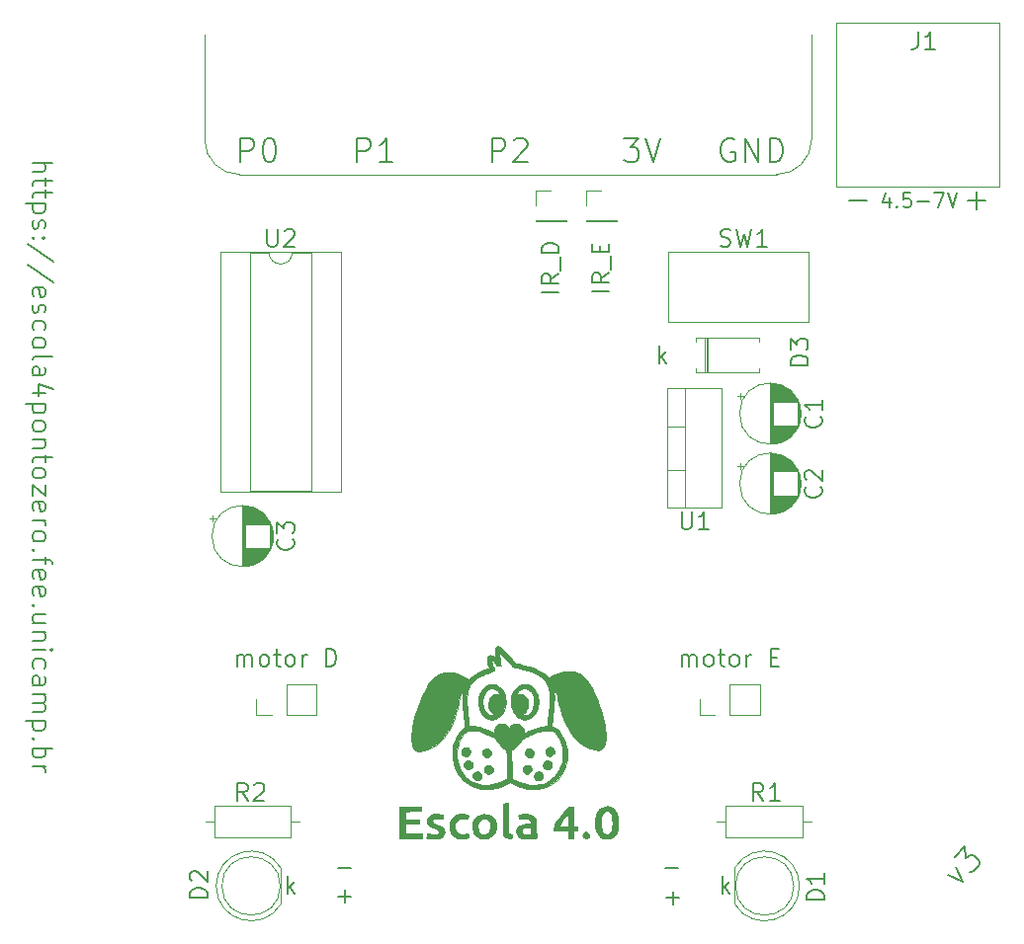
<source format=gbr>
%TF.GenerationSoftware,KiCad,Pcbnew,(6.0.11)*%
%TF.CreationDate,2024-05-31T14:21:27-03:00*%
%TF.ProjectId,bitmovel,6269746d-6f76-4656-9c2e-6b696361645f,rev?*%
%TF.SameCoordinates,Original*%
%TF.FileFunction,Legend,Top*%
%TF.FilePolarity,Positive*%
%FSLAX46Y46*%
G04 Gerber Fmt 4.6, Leading zero omitted, Abs format (unit mm)*
G04 Created by KiCad (PCBNEW (6.0.11)) date 2024-05-31 14:21:27*
%MOMM*%
%LPD*%
G01*
G04 APERTURE LIST*
%ADD10C,0.200000*%
%ADD11C,0.150000*%
%ADD12C,0.120000*%
%ADD13C,0.010000*%
G04 APERTURE END LIST*
D10*
X109230952Y-56014285D02*
X110930952Y-56014285D01*
X109230952Y-56742857D02*
X110121428Y-56742857D01*
X110283333Y-56661904D01*
X110364285Y-56500000D01*
X110364285Y-56257142D01*
X110283333Y-56095238D01*
X110202380Y-56014285D01*
X110364285Y-57309523D02*
X110364285Y-57957142D01*
X110930952Y-57552380D02*
X109473809Y-57552380D01*
X109311904Y-57633333D01*
X109230952Y-57795238D01*
X109230952Y-57957142D01*
X110364285Y-58280952D02*
X110364285Y-58928571D01*
X110930952Y-58523809D02*
X109473809Y-58523809D01*
X109311904Y-58604761D01*
X109230952Y-58766666D01*
X109230952Y-58928571D01*
X110364285Y-59495238D02*
X108664285Y-59495238D01*
X110283333Y-59495238D02*
X110364285Y-59657142D01*
X110364285Y-59980952D01*
X110283333Y-60142857D01*
X110202380Y-60223809D01*
X110040476Y-60304761D01*
X109554761Y-60304761D01*
X109392857Y-60223809D01*
X109311904Y-60142857D01*
X109230952Y-59980952D01*
X109230952Y-59657142D01*
X109311904Y-59495238D01*
X109311904Y-60952380D02*
X109230952Y-61114285D01*
X109230952Y-61438095D01*
X109311904Y-61600000D01*
X109473809Y-61680952D01*
X109554761Y-61680952D01*
X109716666Y-61600000D01*
X109797619Y-61438095D01*
X109797619Y-61195238D01*
X109878571Y-61033333D01*
X110040476Y-60952380D01*
X110121428Y-60952380D01*
X110283333Y-61033333D01*
X110364285Y-61195238D01*
X110364285Y-61438095D01*
X110283333Y-61600000D01*
X109392857Y-62409523D02*
X109311904Y-62490476D01*
X109230952Y-62409523D01*
X109311904Y-62328571D01*
X109392857Y-62409523D01*
X109230952Y-62409523D01*
X110283333Y-62409523D02*
X110202380Y-62490476D01*
X110121428Y-62409523D01*
X110202380Y-62328571D01*
X110283333Y-62409523D01*
X110121428Y-62409523D01*
X111011904Y-64433333D02*
X108826190Y-62976190D01*
X111011904Y-66214285D02*
X108826190Y-64757142D01*
X109311904Y-67428571D02*
X109230952Y-67266666D01*
X109230952Y-66942857D01*
X109311904Y-66780952D01*
X109473809Y-66700000D01*
X110121428Y-66700000D01*
X110283333Y-66780952D01*
X110364285Y-66942857D01*
X110364285Y-67266666D01*
X110283333Y-67428571D01*
X110121428Y-67509523D01*
X109959523Y-67509523D01*
X109797619Y-66700000D01*
X109311904Y-68157142D02*
X109230952Y-68319047D01*
X109230952Y-68642857D01*
X109311904Y-68804761D01*
X109473809Y-68885714D01*
X109554761Y-68885714D01*
X109716666Y-68804761D01*
X109797619Y-68642857D01*
X109797619Y-68400000D01*
X109878571Y-68238095D01*
X110040476Y-68157142D01*
X110121428Y-68157142D01*
X110283333Y-68238095D01*
X110364285Y-68400000D01*
X110364285Y-68642857D01*
X110283333Y-68804761D01*
X109311904Y-70342857D02*
X109230952Y-70180952D01*
X109230952Y-69857142D01*
X109311904Y-69695238D01*
X109392857Y-69614285D01*
X109554761Y-69533333D01*
X110040476Y-69533333D01*
X110202380Y-69614285D01*
X110283333Y-69695238D01*
X110364285Y-69857142D01*
X110364285Y-70180952D01*
X110283333Y-70342857D01*
X109230952Y-71314285D02*
X109311904Y-71152380D01*
X109392857Y-71071428D01*
X109554761Y-70990476D01*
X110040476Y-70990476D01*
X110202380Y-71071428D01*
X110283333Y-71152380D01*
X110364285Y-71314285D01*
X110364285Y-71557142D01*
X110283333Y-71719047D01*
X110202380Y-71800000D01*
X110040476Y-71880952D01*
X109554761Y-71880952D01*
X109392857Y-71800000D01*
X109311904Y-71719047D01*
X109230952Y-71557142D01*
X109230952Y-71314285D01*
X109230952Y-72852380D02*
X109311904Y-72690476D01*
X109473809Y-72609523D01*
X110930952Y-72609523D01*
X109230952Y-74228571D02*
X110121428Y-74228571D01*
X110283333Y-74147619D01*
X110364285Y-73985714D01*
X110364285Y-73661904D01*
X110283333Y-73500000D01*
X109311904Y-74228571D02*
X109230952Y-74066666D01*
X109230952Y-73661904D01*
X109311904Y-73500000D01*
X109473809Y-73419047D01*
X109635714Y-73419047D01*
X109797619Y-73500000D01*
X109878571Y-73661904D01*
X109878571Y-74066666D01*
X109959523Y-74228571D01*
X110364285Y-75766666D02*
X109230952Y-75766666D01*
X111011904Y-75361904D02*
X109797619Y-74957142D01*
X109797619Y-76009523D01*
X110364285Y-76657142D02*
X108664285Y-76657142D01*
X110283333Y-76657142D02*
X110364285Y-76819047D01*
X110364285Y-77142857D01*
X110283333Y-77304761D01*
X110202380Y-77385714D01*
X110040476Y-77466666D01*
X109554761Y-77466666D01*
X109392857Y-77385714D01*
X109311904Y-77304761D01*
X109230952Y-77142857D01*
X109230952Y-76819047D01*
X109311904Y-76657142D01*
X109230952Y-78438095D02*
X109311904Y-78276190D01*
X109392857Y-78195238D01*
X109554761Y-78114285D01*
X110040476Y-78114285D01*
X110202380Y-78195238D01*
X110283333Y-78276190D01*
X110364285Y-78438095D01*
X110364285Y-78680952D01*
X110283333Y-78842857D01*
X110202380Y-78923809D01*
X110040476Y-79004761D01*
X109554761Y-79004761D01*
X109392857Y-78923809D01*
X109311904Y-78842857D01*
X109230952Y-78680952D01*
X109230952Y-78438095D01*
X110364285Y-79733333D02*
X109230952Y-79733333D01*
X110202380Y-79733333D02*
X110283333Y-79814285D01*
X110364285Y-79976190D01*
X110364285Y-80219047D01*
X110283333Y-80380952D01*
X110121428Y-80461904D01*
X109230952Y-80461904D01*
X110364285Y-81028571D02*
X110364285Y-81676190D01*
X110930952Y-81271428D02*
X109473809Y-81271428D01*
X109311904Y-81352380D01*
X109230952Y-81514285D01*
X109230952Y-81676190D01*
X109230952Y-82485714D02*
X109311904Y-82323809D01*
X109392857Y-82242857D01*
X109554761Y-82161904D01*
X110040476Y-82161904D01*
X110202380Y-82242857D01*
X110283333Y-82323809D01*
X110364285Y-82485714D01*
X110364285Y-82728571D01*
X110283333Y-82890476D01*
X110202380Y-82971428D01*
X110040476Y-83052380D01*
X109554761Y-83052380D01*
X109392857Y-82971428D01*
X109311904Y-82890476D01*
X109230952Y-82728571D01*
X109230952Y-82485714D01*
X110364285Y-83619047D02*
X110364285Y-84509523D01*
X109230952Y-83619047D01*
X109230952Y-84509523D01*
X109311904Y-85804761D02*
X109230952Y-85642857D01*
X109230952Y-85319047D01*
X109311904Y-85157142D01*
X109473809Y-85076190D01*
X110121428Y-85076190D01*
X110283333Y-85157142D01*
X110364285Y-85319047D01*
X110364285Y-85642857D01*
X110283333Y-85804761D01*
X110121428Y-85885714D01*
X109959523Y-85885714D01*
X109797619Y-85076190D01*
X109230952Y-86614285D02*
X110364285Y-86614285D01*
X110040476Y-86614285D02*
X110202380Y-86695238D01*
X110283333Y-86776190D01*
X110364285Y-86938095D01*
X110364285Y-87100000D01*
X109230952Y-87909523D02*
X109311904Y-87747619D01*
X109392857Y-87666666D01*
X109554761Y-87585714D01*
X110040476Y-87585714D01*
X110202380Y-87666666D01*
X110283333Y-87747619D01*
X110364285Y-87909523D01*
X110364285Y-88152380D01*
X110283333Y-88314285D01*
X110202380Y-88395238D01*
X110040476Y-88476190D01*
X109554761Y-88476190D01*
X109392857Y-88395238D01*
X109311904Y-88314285D01*
X109230952Y-88152380D01*
X109230952Y-87909523D01*
X109392857Y-89204761D02*
X109311904Y-89285714D01*
X109230952Y-89204761D01*
X109311904Y-89123809D01*
X109392857Y-89204761D01*
X109230952Y-89204761D01*
X110364285Y-89771428D02*
X110364285Y-90419047D01*
X109230952Y-90014285D02*
X110688095Y-90014285D01*
X110850000Y-90095238D01*
X110930952Y-90257142D01*
X110930952Y-90419047D01*
X109311904Y-91633333D02*
X109230952Y-91471428D01*
X109230952Y-91147619D01*
X109311904Y-90985714D01*
X109473809Y-90904761D01*
X110121428Y-90904761D01*
X110283333Y-90985714D01*
X110364285Y-91147619D01*
X110364285Y-91471428D01*
X110283333Y-91633333D01*
X110121428Y-91714285D01*
X109959523Y-91714285D01*
X109797619Y-90904761D01*
X109311904Y-93090476D02*
X109230952Y-92928571D01*
X109230952Y-92604761D01*
X109311904Y-92442857D01*
X109473809Y-92361904D01*
X110121428Y-92361904D01*
X110283333Y-92442857D01*
X110364285Y-92604761D01*
X110364285Y-92928571D01*
X110283333Y-93090476D01*
X110121428Y-93171428D01*
X109959523Y-93171428D01*
X109797619Y-92361904D01*
X109392857Y-93900000D02*
X109311904Y-93980952D01*
X109230952Y-93900000D01*
X109311904Y-93819047D01*
X109392857Y-93900000D01*
X109230952Y-93900000D01*
X110364285Y-95438095D02*
X109230952Y-95438095D01*
X110364285Y-94709523D02*
X109473809Y-94709523D01*
X109311904Y-94790476D01*
X109230952Y-94952380D01*
X109230952Y-95195238D01*
X109311904Y-95357142D01*
X109392857Y-95438095D01*
X110364285Y-96247619D02*
X109230952Y-96247619D01*
X110202380Y-96247619D02*
X110283333Y-96328571D01*
X110364285Y-96490476D01*
X110364285Y-96733333D01*
X110283333Y-96895238D01*
X110121428Y-96976190D01*
X109230952Y-96976190D01*
X109230952Y-97785714D02*
X110364285Y-97785714D01*
X110930952Y-97785714D02*
X110850000Y-97704761D01*
X110769047Y-97785714D01*
X110850000Y-97866666D01*
X110930952Y-97785714D01*
X110769047Y-97785714D01*
X109311904Y-99323809D02*
X109230952Y-99161904D01*
X109230952Y-98838095D01*
X109311904Y-98676190D01*
X109392857Y-98595238D01*
X109554761Y-98514285D01*
X110040476Y-98514285D01*
X110202380Y-98595238D01*
X110283333Y-98676190D01*
X110364285Y-98838095D01*
X110364285Y-99161904D01*
X110283333Y-99323809D01*
X109230952Y-100780952D02*
X110121428Y-100780952D01*
X110283333Y-100700000D01*
X110364285Y-100538095D01*
X110364285Y-100214285D01*
X110283333Y-100052380D01*
X109311904Y-100780952D02*
X109230952Y-100619047D01*
X109230952Y-100214285D01*
X109311904Y-100052380D01*
X109473809Y-99971428D01*
X109635714Y-99971428D01*
X109797619Y-100052380D01*
X109878571Y-100214285D01*
X109878571Y-100619047D01*
X109959523Y-100780952D01*
X109230952Y-101590476D02*
X110364285Y-101590476D01*
X110202380Y-101590476D02*
X110283333Y-101671428D01*
X110364285Y-101833333D01*
X110364285Y-102076190D01*
X110283333Y-102238095D01*
X110121428Y-102319047D01*
X109230952Y-102319047D01*
X110121428Y-102319047D02*
X110283333Y-102400000D01*
X110364285Y-102561904D01*
X110364285Y-102804761D01*
X110283333Y-102966666D01*
X110121428Y-103047619D01*
X109230952Y-103047619D01*
X110364285Y-103857142D02*
X108664285Y-103857142D01*
X110283333Y-103857142D02*
X110364285Y-104019047D01*
X110364285Y-104342857D01*
X110283333Y-104504761D01*
X110202380Y-104585714D01*
X110040476Y-104666666D01*
X109554761Y-104666666D01*
X109392857Y-104585714D01*
X109311904Y-104504761D01*
X109230952Y-104342857D01*
X109230952Y-104019047D01*
X109311904Y-103857142D01*
X109392857Y-105395238D02*
X109311904Y-105476190D01*
X109230952Y-105395238D01*
X109311904Y-105314285D01*
X109392857Y-105395238D01*
X109230952Y-105395238D01*
X109230952Y-106204761D02*
X110930952Y-106204761D01*
X110283333Y-106204761D02*
X110364285Y-106366666D01*
X110364285Y-106690476D01*
X110283333Y-106852380D01*
X110202380Y-106933333D01*
X110040476Y-107014285D01*
X109554761Y-107014285D01*
X109392857Y-106933333D01*
X109311904Y-106852380D01*
X109230952Y-106690476D01*
X109230952Y-106366666D01*
X109311904Y-106204761D01*
X109230952Y-107742857D02*
X110364285Y-107742857D01*
X110040476Y-107742857D02*
X110202380Y-107823809D01*
X110283333Y-107904761D01*
X110364285Y-108066666D01*
X110364285Y-108228571D01*
X187662801Y-117039106D02*
X188942328Y-117645198D01*
X188336236Y-116365671D01*
X188268893Y-115490206D02*
X189144358Y-114614740D01*
X189211702Y-115624893D01*
X189413732Y-115422862D01*
X189615763Y-115355519D01*
X189750450Y-115355519D01*
X189952480Y-115422862D01*
X190289198Y-115759580D01*
X190356541Y-115961610D01*
X190356541Y-116096297D01*
X190289198Y-116298328D01*
X189885137Y-116702389D01*
X189683106Y-116769732D01*
X189548419Y-116769732D01*
D11*
X127073690Y-55904761D02*
X127073690Y-53904761D01*
X127835595Y-53904761D01*
X128026071Y-54000000D01*
X128121309Y-54095238D01*
X128216547Y-54285714D01*
X128216547Y-54571428D01*
X128121309Y-54761904D01*
X128026071Y-54857142D01*
X127835595Y-54952380D01*
X127073690Y-54952380D01*
X129454642Y-53904761D02*
X129645119Y-53904761D01*
X129835595Y-54000000D01*
X129930833Y-54095238D01*
X130026071Y-54285714D01*
X130121309Y-54666666D01*
X130121309Y-55142857D01*
X130026071Y-55523809D01*
X129930833Y-55714285D01*
X129835595Y-55809523D01*
X129645119Y-55904761D01*
X129454642Y-55904761D01*
X129264166Y-55809523D01*
X129168928Y-55714285D01*
X129073690Y-55523809D01*
X128978452Y-55142857D01*
X128978452Y-54666666D01*
X129073690Y-54285714D01*
X129168928Y-54095238D01*
X129264166Y-54000000D01*
X129454642Y-53904761D01*
X137073690Y-55904761D02*
X137073690Y-53904761D01*
X137835595Y-53904761D01*
X138026071Y-54000000D01*
X138121309Y-54095238D01*
X138216547Y-54285714D01*
X138216547Y-54571428D01*
X138121309Y-54761904D01*
X138026071Y-54857142D01*
X137835595Y-54952380D01*
X137073690Y-54952380D01*
X140121309Y-55904761D02*
X138978452Y-55904761D01*
X139549880Y-55904761D02*
X139549880Y-53904761D01*
X139359404Y-54190476D01*
X139168928Y-54380952D01*
X138978452Y-54476190D01*
X148597500Y-55904761D02*
X148597500Y-53904761D01*
X149359404Y-53904761D01*
X149549880Y-54000000D01*
X149645119Y-54095238D01*
X149740357Y-54285714D01*
X149740357Y-54571428D01*
X149645119Y-54761904D01*
X149549880Y-54857142D01*
X149359404Y-54952380D01*
X148597500Y-54952380D01*
X150502261Y-54095238D02*
X150597500Y-54000000D01*
X150787976Y-53904761D01*
X151264166Y-53904761D01*
X151454642Y-54000000D01*
X151549880Y-54095238D01*
X151645119Y-54285714D01*
X151645119Y-54476190D01*
X151549880Y-54761904D01*
X150407023Y-55904761D01*
X151645119Y-55904761D01*
X159930833Y-53904761D02*
X161168928Y-53904761D01*
X160502261Y-54666666D01*
X160787976Y-54666666D01*
X160978452Y-54761904D01*
X161073690Y-54857142D01*
X161168928Y-55047619D01*
X161168928Y-55523809D01*
X161073690Y-55714285D01*
X160978452Y-55809523D01*
X160787976Y-55904761D01*
X160216547Y-55904761D01*
X160026071Y-55809523D01*
X159930833Y-55714285D01*
X161740357Y-53904761D02*
X162407023Y-55904761D01*
X163073690Y-53904761D01*
X169359404Y-54000000D02*
X169168928Y-53904761D01*
X168883214Y-53904761D01*
X168597500Y-54000000D01*
X168407023Y-54190476D01*
X168311785Y-54380952D01*
X168216547Y-54761904D01*
X168216547Y-55047619D01*
X168311785Y-55428571D01*
X168407023Y-55619047D01*
X168597500Y-55809523D01*
X168883214Y-55904761D01*
X169073690Y-55904761D01*
X169359404Y-55809523D01*
X169454642Y-55714285D01*
X169454642Y-55047619D01*
X169073690Y-55047619D01*
X170311785Y-55904761D02*
X170311785Y-53904761D01*
X171454642Y-55904761D01*
X171454642Y-53904761D01*
X172407023Y-55904761D02*
X172407023Y-53904761D01*
X172883214Y-53904761D01*
X173168928Y-54000000D01*
X173359404Y-54190476D01*
X173454642Y-54380952D01*
X173549880Y-54761904D01*
X173549880Y-55047619D01*
X173454642Y-55428571D01*
X173359404Y-55619047D01*
X173168928Y-55809523D01*
X172883214Y-55904761D01*
X172407023Y-55904761D01*
D10*
%TO.C,R1*%
X171850000Y-110678571D02*
X171350000Y-109964285D01*
X170992857Y-110678571D02*
X170992857Y-109178571D01*
X171564285Y-109178571D01*
X171707142Y-109250000D01*
X171778571Y-109321428D01*
X171850000Y-109464285D01*
X171850000Y-109678571D01*
X171778571Y-109821428D01*
X171707142Y-109892857D01*
X171564285Y-109964285D01*
X170992857Y-109964285D01*
X173278571Y-110678571D02*
X172421428Y-110678571D01*
X172850000Y-110678571D02*
X172850000Y-109178571D01*
X172707142Y-109392857D01*
X172564285Y-109535714D01*
X172421428Y-109607142D01*
%TO.C,U2*%
X129367142Y-61678571D02*
X129367142Y-62892857D01*
X129438571Y-63035714D01*
X129510000Y-63107142D01*
X129652857Y-63178571D01*
X129938571Y-63178571D01*
X130081428Y-63107142D01*
X130152857Y-63035714D01*
X130224285Y-62892857D01*
X130224285Y-61678571D01*
X130867142Y-61821428D02*
X130938571Y-61750000D01*
X131081428Y-61678571D01*
X131438571Y-61678571D01*
X131581428Y-61750000D01*
X131652857Y-61821428D01*
X131724285Y-61964285D01*
X131724285Y-62107142D01*
X131652857Y-62321428D01*
X130795714Y-63178571D01*
X131724285Y-63178571D01*
%TO.C,REF\u002A\u002A*%
X126785714Y-99178571D02*
X126785714Y-98178571D01*
X126785714Y-98321428D02*
X126857142Y-98250000D01*
X127000000Y-98178571D01*
X127214285Y-98178571D01*
X127357142Y-98250000D01*
X127428571Y-98392857D01*
X127428571Y-99178571D01*
X127428571Y-98392857D02*
X127500000Y-98250000D01*
X127642857Y-98178571D01*
X127857142Y-98178571D01*
X128000000Y-98250000D01*
X128071428Y-98392857D01*
X128071428Y-99178571D01*
X129000000Y-99178571D02*
X128857142Y-99107142D01*
X128785714Y-99035714D01*
X128714285Y-98892857D01*
X128714285Y-98464285D01*
X128785714Y-98321428D01*
X128857142Y-98250000D01*
X129000000Y-98178571D01*
X129214285Y-98178571D01*
X129357142Y-98250000D01*
X129428571Y-98321428D01*
X129500000Y-98464285D01*
X129500000Y-98892857D01*
X129428571Y-99035714D01*
X129357142Y-99107142D01*
X129214285Y-99178571D01*
X129000000Y-99178571D01*
X129928571Y-98178571D02*
X130500000Y-98178571D01*
X130142857Y-97678571D02*
X130142857Y-98964285D01*
X130214285Y-99107142D01*
X130357142Y-99178571D01*
X130500000Y-99178571D01*
X131214285Y-99178571D02*
X131071428Y-99107142D01*
X131000000Y-99035714D01*
X130928571Y-98892857D01*
X130928571Y-98464285D01*
X131000000Y-98321428D01*
X131071428Y-98250000D01*
X131214285Y-98178571D01*
X131428571Y-98178571D01*
X131571428Y-98250000D01*
X131642857Y-98321428D01*
X131714285Y-98464285D01*
X131714285Y-98892857D01*
X131642857Y-99035714D01*
X131571428Y-99107142D01*
X131428571Y-99178571D01*
X131214285Y-99178571D01*
X132357142Y-99178571D02*
X132357142Y-98178571D01*
X132357142Y-98464285D02*
X132428571Y-98321428D01*
X132500000Y-98250000D01*
X132642857Y-98178571D01*
X132785714Y-98178571D01*
X134428571Y-99178571D02*
X134428571Y-97678571D01*
X134785714Y-97678571D01*
X135000000Y-97750000D01*
X135142857Y-97892857D01*
X135214285Y-98035714D01*
X135285714Y-98321428D01*
X135285714Y-98535714D01*
X135214285Y-98821428D01*
X135142857Y-98964285D01*
X135000000Y-99107142D01*
X134785714Y-99178571D01*
X134428571Y-99178571D01*
X164857142Y-99178571D02*
X164857142Y-98178571D01*
X164857142Y-98321428D02*
X164928571Y-98250000D01*
X165071428Y-98178571D01*
X165285714Y-98178571D01*
X165428571Y-98250000D01*
X165500000Y-98392857D01*
X165500000Y-99178571D01*
X165500000Y-98392857D02*
X165571428Y-98250000D01*
X165714285Y-98178571D01*
X165928571Y-98178571D01*
X166071428Y-98250000D01*
X166142857Y-98392857D01*
X166142857Y-99178571D01*
X167071428Y-99178571D02*
X166928571Y-99107142D01*
X166857142Y-99035714D01*
X166785714Y-98892857D01*
X166785714Y-98464285D01*
X166857142Y-98321428D01*
X166928571Y-98250000D01*
X167071428Y-98178571D01*
X167285714Y-98178571D01*
X167428571Y-98250000D01*
X167500000Y-98321428D01*
X167571428Y-98464285D01*
X167571428Y-98892857D01*
X167500000Y-99035714D01*
X167428571Y-99107142D01*
X167285714Y-99178571D01*
X167071428Y-99178571D01*
X168000000Y-98178571D02*
X168571428Y-98178571D01*
X168214285Y-97678571D02*
X168214285Y-98964285D01*
X168285714Y-99107142D01*
X168428571Y-99178571D01*
X168571428Y-99178571D01*
X169285714Y-99178571D02*
X169142857Y-99107142D01*
X169071428Y-99035714D01*
X169000000Y-98892857D01*
X169000000Y-98464285D01*
X169071428Y-98321428D01*
X169142857Y-98250000D01*
X169285714Y-98178571D01*
X169500000Y-98178571D01*
X169642857Y-98250000D01*
X169714285Y-98321428D01*
X169785714Y-98464285D01*
X169785714Y-98892857D01*
X169714285Y-99035714D01*
X169642857Y-99107142D01*
X169500000Y-99178571D01*
X169285714Y-99178571D01*
X170428571Y-99178571D02*
X170428571Y-98178571D01*
X170428571Y-98464285D02*
X170500000Y-98321428D01*
X170571428Y-98250000D01*
X170714285Y-98178571D01*
X170857142Y-98178571D01*
X172500000Y-98392857D02*
X173000000Y-98392857D01*
X173214285Y-99178571D02*
X172500000Y-99178571D01*
X172500000Y-97678571D01*
X173214285Y-97678571D01*
%TO.C,U1*%
X164857142Y-85928571D02*
X164857142Y-87142857D01*
X164928571Y-87285714D01*
X165000000Y-87357142D01*
X165142857Y-87428571D01*
X165428571Y-87428571D01*
X165571428Y-87357142D01*
X165642857Y-87285714D01*
X165714285Y-87142857D01*
X165714285Y-85928571D01*
X167214285Y-87428571D02*
X166357142Y-87428571D01*
X166785714Y-87428571D02*
X166785714Y-85928571D01*
X166642857Y-86142857D01*
X166500000Y-86285714D01*
X166357142Y-86357142D01*
%TO.C,SW1*%
X168200000Y-63107142D02*
X168414285Y-63178571D01*
X168771428Y-63178571D01*
X168914285Y-63107142D01*
X168985714Y-63035714D01*
X169057142Y-62892857D01*
X169057142Y-62750000D01*
X168985714Y-62607142D01*
X168914285Y-62535714D01*
X168771428Y-62464285D01*
X168485714Y-62392857D01*
X168342857Y-62321428D01*
X168271428Y-62250000D01*
X168200000Y-62107142D01*
X168200000Y-61964285D01*
X168271428Y-61821428D01*
X168342857Y-61750000D01*
X168485714Y-61678571D01*
X168842857Y-61678571D01*
X169057142Y-61750000D01*
X169557142Y-61678571D02*
X169914285Y-63178571D01*
X170200000Y-62107142D01*
X170485714Y-63178571D01*
X170842857Y-61678571D01*
X172200000Y-63178571D02*
X171342857Y-63178571D01*
X171771428Y-63178571D02*
X171771428Y-61678571D01*
X171628571Y-61892857D01*
X171485714Y-62035714D01*
X171342857Y-62107142D01*
%TO.C,D3*%
X175678571Y-73357142D02*
X174178571Y-73357142D01*
X174178571Y-73000000D01*
X174250000Y-72785714D01*
X174392857Y-72642857D01*
X174535714Y-72571428D01*
X174821428Y-72500000D01*
X175035714Y-72500000D01*
X175321428Y-72571428D01*
X175464285Y-72642857D01*
X175607142Y-72785714D01*
X175678571Y-73000000D01*
X175678571Y-73357142D01*
X174178571Y-72000000D02*
X174178571Y-71071428D01*
X174750000Y-71571428D01*
X174750000Y-71357142D01*
X174821428Y-71214285D01*
X174892857Y-71142857D01*
X175035714Y-71071428D01*
X175392857Y-71071428D01*
X175535714Y-71142857D01*
X175607142Y-71214285D01*
X175678571Y-71357142D01*
X175678571Y-71785714D01*
X175607142Y-71928571D01*
X175535714Y-72000000D01*
X162970000Y-73178571D02*
X162970000Y-71678571D01*
X163112857Y-72607142D02*
X163541428Y-73178571D01*
X163541428Y-72178571D02*
X162970000Y-72750000D01*
%TO.C,C1*%
X176735714Y-77750000D02*
X176807142Y-77821428D01*
X176878571Y-78035714D01*
X176878571Y-78178571D01*
X176807142Y-78392857D01*
X176664285Y-78535714D01*
X176521428Y-78607142D01*
X176235714Y-78678571D01*
X176021428Y-78678571D01*
X175735714Y-78607142D01*
X175592857Y-78535714D01*
X175450000Y-78392857D01*
X175378571Y-78178571D01*
X175378571Y-78035714D01*
X175450000Y-77821428D01*
X175521428Y-77750000D01*
X176878571Y-76321428D02*
X176878571Y-77178571D01*
X176878571Y-76750000D02*
X175378571Y-76750000D01*
X175592857Y-76892857D01*
X175735714Y-77035714D01*
X175807142Y-77178571D01*
%TO.C,C2*%
X176735714Y-83750000D02*
X176807142Y-83821428D01*
X176878571Y-84035714D01*
X176878571Y-84178571D01*
X176807142Y-84392857D01*
X176664285Y-84535714D01*
X176521428Y-84607142D01*
X176235714Y-84678571D01*
X176021428Y-84678571D01*
X175735714Y-84607142D01*
X175592857Y-84535714D01*
X175450000Y-84392857D01*
X175378571Y-84178571D01*
X175378571Y-84035714D01*
X175450000Y-83821428D01*
X175521428Y-83750000D01*
X175521428Y-83178571D02*
X175450000Y-83107142D01*
X175378571Y-82964285D01*
X175378571Y-82607142D01*
X175450000Y-82464285D01*
X175521428Y-82392857D01*
X175664285Y-82321428D01*
X175807142Y-82321428D01*
X176021428Y-82392857D01*
X176878571Y-83250000D01*
X176878571Y-82321428D01*
%TO.C,C3*%
X131535714Y-88250000D02*
X131607142Y-88321428D01*
X131678571Y-88535714D01*
X131678571Y-88678571D01*
X131607142Y-88892857D01*
X131464285Y-89035714D01*
X131321428Y-89107142D01*
X131035714Y-89178571D01*
X130821428Y-89178571D01*
X130535714Y-89107142D01*
X130392857Y-89035714D01*
X130250000Y-88892857D01*
X130178571Y-88678571D01*
X130178571Y-88535714D01*
X130250000Y-88321428D01*
X130321428Y-88250000D01*
X130178571Y-87750000D02*
X130178571Y-86821428D01*
X130750000Y-87321428D01*
X130750000Y-87107142D01*
X130821428Y-86964285D01*
X130892857Y-86892857D01*
X131035714Y-86821428D01*
X131392857Y-86821428D01*
X131535714Y-86892857D01*
X131607142Y-86964285D01*
X131678571Y-87107142D01*
X131678571Y-87535714D01*
X131607142Y-87678571D01*
X131535714Y-87750000D01*
%TO.C,J1*%
X185100000Y-44778571D02*
X185100000Y-45850000D01*
X185028571Y-46064285D01*
X184885714Y-46207142D01*
X184671428Y-46278571D01*
X184528571Y-46278571D01*
X186600000Y-46278571D02*
X185742857Y-46278571D01*
X186171428Y-46278571D02*
X186171428Y-44778571D01*
X186028571Y-44992857D01*
X185885714Y-45135714D01*
X185742857Y-45207142D01*
X189398095Y-59242857D02*
X190921904Y-59242857D01*
X190160000Y-60004761D02*
X190160000Y-58480952D01*
X179238095Y-59242857D02*
X180761904Y-59242857D01*
D11*
X182640476Y-58982142D02*
X182640476Y-59815476D01*
X182342857Y-58505952D02*
X182045238Y-59398809D01*
X182819047Y-59398809D01*
X183295238Y-59696428D02*
X183354761Y-59755952D01*
X183295238Y-59815476D01*
X183235714Y-59755952D01*
X183295238Y-59696428D01*
X183295238Y-59815476D01*
X184485714Y-58565476D02*
X183890476Y-58565476D01*
X183830952Y-59160714D01*
X183890476Y-59101190D01*
X184009523Y-59041666D01*
X184307142Y-59041666D01*
X184426190Y-59101190D01*
X184485714Y-59160714D01*
X184545238Y-59279761D01*
X184545238Y-59577380D01*
X184485714Y-59696428D01*
X184426190Y-59755952D01*
X184307142Y-59815476D01*
X184009523Y-59815476D01*
X183890476Y-59755952D01*
X183830952Y-59696428D01*
X185080952Y-59339285D02*
X186033333Y-59339285D01*
X186509523Y-58565476D02*
X187342857Y-58565476D01*
X186807142Y-59815476D01*
X187640476Y-58565476D02*
X188057142Y-59815476D01*
X188473809Y-58565476D01*
D10*
%TO.C,D1*%
X177078571Y-119207142D02*
X175578571Y-119207142D01*
X175578571Y-118850000D01*
X175650000Y-118635714D01*
X175792857Y-118492857D01*
X175935714Y-118421428D01*
X176221428Y-118350000D01*
X176435714Y-118350000D01*
X176721428Y-118421428D01*
X176864285Y-118492857D01*
X177007142Y-118635714D01*
X177078571Y-118850000D01*
X177078571Y-119207142D01*
X177078571Y-116921428D02*
X177078571Y-117778571D01*
X177078571Y-117350000D02*
X175578571Y-117350000D01*
X175792857Y-117492857D01*
X175935714Y-117635714D01*
X176007142Y-117778571D01*
X168350000Y-118678571D02*
X168350000Y-117178571D01*
X168492857Y-118107142D02*
X168921428Y-118678571D01*
X168921428Y-117678571D02*
X168350000Y-118250000D01*
%TO.C,R2*%
X127687600Y-110678571D02*
X127187600Y-109964285D01*
X126830457Y-110678571D02*
X126830457Y-109178571D01*
X127401885Y-109178571D01*
X127544742Y-109250000D01*
X127616171Y-109321428D01*
X127687600Y-109464285D01*
X127687600Y-109678571D01*
X127616171Y-109821428D01*
X127544742Y-109892857D01*
X127401885Y-109964285D01*
X126830457Y-109964285D01*
X128259028Y-109321428D02*
X128330457Y-109250000D01*
X128473314Y-109178571D01*
X128830457Y-109178571D01*
X128973314Y-109250000D01*
X129044742Y-109321428D01*
X129116171Y-109464285D01*
X129116171Y-109607142D01*
X129044742Y-109821428D01*
X128187600Y-110678571D01*
X129116171Y-110678571D01*
%TO.C,D2*%
X124228571Y-119007142D02*
X122728571Y-119007142D01*
X122728571Y-118650000D01*
X122800000Y-118435714D01*
X122942857Y-118292857D01*
X123085714Y-118221428D01*
X123371428Y-118150000D01*
X123585714Y-118150000D01*
X123871428Y-118221428D01*
X124014285Y-118292857D01*
X124157142Y-118435714D01*
X124228571Y-118650000D01*
X124228571Y-119007142D01*
X122871428Y-117578571D02*
X122800000Y-117507142D01*
X122728571Y-117364285D01*
X122728571Y-117007142D01*
X122800000Y-116864285D01*
X122871428Y-116792857D01*
X123014285Y-116721428D01*
X123157142Y-116721428D01*
X123371428Y-116792857D01*
X124228571Y-117650000D01*
X124228571Y-116721428D01*
X131100000Y-118678571D02*
X131100000Y-117178571D01*
X131242857Y-118107142D02*
X131671428Y-118678571D01*
X131671428Y-117678571D02*
X131100000Y-118250000D01*
%TO.C,J6*%
X136571428Y-118891857D02*
X135428571Y-118891857D01*
X136000000Y-118320428D02*
X136000000Y-119463285D01*
X136571428Y-116428057D02*
X135428571Y-116428057D01*
%TO.C,J7*%
X158666571Y-67000000D02*
X157166571Y-67000000D01*
X158666571Y-65428571D02*
X157952285Y-65928571D01*
X158666571Y-66285714D02*
X157166571Y-66285714D01*
X157166571Y-65714285D01*
X157238000Y-65571428D01*
X157309428Y-65500000D01*
X157452285Y-65428571D01*
X157666571Y-65428571D01*
X157809428Y-65500000D01*
X157880857Y-65571428D01*
X157952285Y-65714285D01*
X157952285Y-66285714D01*
X158809428Y-65142857D02*
X158809428Y-64000000D01*
X157880857Y-63642857D02*
X157880857Y-63142857D01*
X158666571Y-62928571D02*
X158666571Y-63642857D01*
X157166571Y-63642857D01*
X157166571Y-62928571D01*
%TO.C,J9*%
X163428571Y-116439142D02*
X164571428Y-116439142D01*
X164107142Y-119595828D02*
X164107142Y-118452971D01*
X164678571Y-119024400D02*
X163535714Y-119024400D01*
%TO.C,J8*%
X154348571Y-67071428D02*
X152848571Y-67071428D01*
X154348571Y-65500000D02*
X153634285Y-66000000D01*
X154348571Y-66357142D02*
X152848571Y-66357142D01*
X152848571Y-65785714D01*
X152920000Y-65642857D01*
X152991428Y-65571428D01*
X153134285Y-65500000D01*
X153348571Y-65500000D01*
X153491428Y-65571428D01*
X153562857Y-65642857D01*
X153634285Y-65785714D01*
X153634285Y-66357142D01*
X154491428Y-65214285D02*
X154491428Y-64071428D01*
X154348571Y-63714285D02*
X152848571Y-63714285D01*
X152848571Y-63357142D01*
X152920000Y-63142857D01*
X153062857Y-63000000D01*
X153205714Y-62928571D01*
X153491428Y-62857142D01*
X153705714Y-62857142D01*
X153991428Y-62928571D01*
X154134285Y-63000000D01*
X154277142Y-63142857D01*
X154348571Y-63357142D01*
X154348571Y-63714285D01*
D12*
%TO.C,R1*%
X175190000Y-111130000D02*
X168650000Y-111130000D01*
X168650000Y-113870000D02*
X175190000Y-113870000D01*
X175960000Y-112500000D02*
X175190000Y-112500000D01*
X168650000Y-111130000D02*
X168650000Y-113870000D01*
X175190000Y-113870000D02*
X175190000Y-111130000D01*
X167880000Y-112500000D02*
X168650000Y-112500000D01*
%TO.C,J2*%
X127000000Y-57000000D02*
X173000000Y-57000000D01*
X176000000Y-54000000D02*
X176000000Y-45000000D01*
X124000000Y-54000000D02*
X124000000Y-45000000D01*
X173000000Y-57000000D02*
G75*
G03*
X176000000Y-54000000I0J3000000D01*
G01*
X124000000Y-54000000D02*
G75*
G03*
X127000000Y-57000000I3000001J1D01*
G01*
%TO.C,U2*%
X125370000Y-84170000D02*
X135650000Y-84170000D01*
X133160000Y-84110000D02*
X133160000Y-63670000D01*
X135650000Y-63610000D02*
X125370000Y-63610000D01*
X133160000Y-63670000D02*
X131510000Y-63670000D01*
X135650000Y-84170000D02*
X135650000Y-63610000D01*
X125370000Y-63610000D02*
X125370000Y-84170000D01*
X127860000Y-84110000D02*
X133160000Y-84110000D01*
X129510000Y-63670000D02*
X127860000Y-63670000D01*
X127860000Y-63670000D02*
X127860000Y-84110000D01*
X129510000Y-63670000D02*
G75*
G03*
X131510000Y-63670000I1000000J0D01*
G01*
%TO.C,G\u002A\u002A\u002A*%
G36*
X150529072Y-101189737D02*
G01*
X150671462Y-101021359D01*
X150680358Y-101012293D01*
X150823902Y-100883757D01*
X150968978Y-100788768D01*
X151120685Y-100724764D01*
X151284125Y-100689181D01*
X151334106Y-100683841D01*
X151514335Y-100686207D01*
X151689173Y-100722777D01*
X151856103Y-100791582D01*
X152012606Y-100890654D01*
X152156163Y-101018023D01*
X152284254Y-101171723D01*
X152394362Y-101349785D01*
X152483968Y-101550240D01*
X152499924Y-101594936D01*
X152557695Y-101813591D01*
X152588357Y-102046595D01*
X152592170Y-102285742D01*
X152569392Y-102522825D01*
X152520280Y-102749638D01*
X152457952Y-102928392D01*
X152368885Y-103108907D01*
X152260693Y-103267486D01*
X152133514Y-103408293D01*
X151998949Y-103527452D01*
X151865114Y-103616196D01*
X151724214Y-103679382D01*
X151670386Y-103696770D01*
X151572204Y-103715884D01*
X151454356Y-103724230D01*
X151331201Y-103721948D01*
X151217097Y-103709176D01*
X151142487Y-103691661D01*
X150956798Y-103613601D01*
X150788833Y-103504555D01*
X150639582Y-103365733D01*
X150510037Y-103198347D01*
X150401191Y-103003609D01*
X150314034Y-102782730D01*
X150269306Y-102624990D01*
X150246224Y-102495834D01*
X150232605Y-102344070D01*
X150228563Y-102182152D01*
X150234214Y-102022535D01*
X150249673Y-101877673D01*
X150261772Y-101811643D01*
X150326411Y-101580708D01*
X150327439Y-101578312D01*
X150728420Y-101578312D01*
X150831389Y-101543314D01*
X150959374Y-101517963D01*
X151094372Y-101523641D01*
X151225958Y-101559556D01*
X151263269Y-101576136D01*
X151347334Y-101630166D01*
X151434805Y-101708062D01*
X151516187Y-101799775D01*
X151581982Y-101895258D01*
X151603848Y-101936510D01*
X151661403Y-102094081D01*
X151695866Y-102268478D01*
X151705811Y-102447420D01*
X151689815Y-102618626D01*
X151685527Y-102640786D01*
X151656753Y-102739193D01*
X151611512Y-102848397D01*
X151556567Y-102954382D01*
X151498679Y-103043135D01*
X151480427Y-103065853D01*
X151417059Y-103128404D01*
X151340593Y-103187540D01*
X151262834Y-103235135D01*
X151195587Y-103263064D01*
X151192893Y-103263754D01*
X151152986Y-103278872D01*
X151148320Y-103296249D01*
X151179196Y-103316469D01*
X151229179Y-103334924D01*
X151354442Y-103357514D01*
X151488752Y-103351057D01*
X151620874Y-103316597D01*
X151673841Y-103293615D01*
X151804699Y-103209787D01*
X151923702Y-103095341D01*
X152027085Y-102955032D01*
X152111081Y-102793614D01*
X152148873Y-102693883D01*
X152205590Y-102474687D01*
X152228488Y-102257994D01*
X152218129Y-102036087D01*
X152203747Y-101938053D01*
X152158246Y-101748100D01*
X152092732Y-101576990D01*
X152009712Y-101426602D01*
X151911696Y-101298815D01*
X151801190Y-101195507D01*
X151680704Y-101118559D01*
X151552745Y-101069847D01*
X151419821Y-101051253D01*
X151284440Y-101064654D01*
X151149111Y-101111930D01*
X151120546Y-101126547D01*
X151044687Y-101178244D01*
X150961682Y-101251763D01*
X150881364Y-101336860D01*
X150813564Y-101423287D01*
X150774757Y-101486872D01*
X150728420Y-101578312D01*
X150327439Y-101578312D01*
X150414783Y-101374796D01*
X150529072Y-101189737D01*
G37*
D13*
X150529072Y-101189737D02*
X150671462Y-101021359D01*
X150680358Y-101012293D01*
X150823902Y-100883757D01*
X150968978Y-100788768D01*
X151120685Y-100724764D01*
X151284125Y-100689181D01*
X151334106Y-100683841D01*
X151514335Y-100686207D01*
X151689173Y-100722777D01*
X151856103Y-100791582D01*
X152012606Y-100890654D01*
X152156163Y-101018023D01*
X152284254Y-101171723D01*
X152394362Y-101349785D01*
X152483968Y-101550240D01*
X152499924Y-101594936D01*
X152557695Y-101813591D01*
X152588357Y-102046595D01*
X152592170Y-102285742D01*
X152569392Y-102522825D01*
X152520280Y-102749638D01*
X152457952Y-102928392D01*
X152368885Y-103108907D01*
X152260693Y-103267486D01*
X152133514Y-103408293D01*
X151998949Y-103527452D01*
X151865114Y-103616196D01*
X151724214Y-103679382D01*
X151670386Y-103696770D01*
X151572204Y-103715884D01*
X151454356Y-103724230D01*
X151331201Y-103721948D01*
X151217097Y-103709176D01*
X151142487Y-103691661D01*
X150956798Y-103613601D01*
X150788833Y-103504555D01*
X150639582Y-103365733D01*
X150510037Y-103198347D01*
X150401191Y-103003609D01*
X150314034Y-102782730D01*
X150269306Y-102624990D01*
X150246224Y-102495834D01*
X150232605Y-102344070D01*
X150228563Y-102182152D01*
X150234214Y-102022535D01*
X150249673Y-101877673D01*
X150261772Y-101811643D01*
X150326411Y-101580708D01*
X150327439Y-101578312D01*
X150728420Y-101578312D01*
X150831389Y-101543314D01*
X150959374Y-101517963D01*
X151094372Y-101523641D01*
X151225958Y-101559556D01*
X151263269Y-101576136D01*
X151347334Y-101630166D01*
X151434805Y-101708062D01*
X151516187Y-101799775D01*
X151581982Y-101895258D01*
X151603848Y-101936510D01*
X151661403Y-102094081D01*
X151695866Y-102268478D01*
X151705811Y-102447420D01*
X151689815Y-102618626D01*
X151685527Y-102640786D01*
X151656753Y-102739193D01*
X151611512Y-102848397D01*
X151556567Y-102954382D01*
X151498679Y-103043135D01*
X151480427Y-103065853D01*
X151417059Y-103128404D01*
X151340593Y-103187540D01*
X151262834Y-103235135D01*
X151195587Y-103263064D01*
X151192893Y-103263754D01*
X151152986Y-103278872D01*
X151148320Y-103296249D01*
X151179196Y-103316469D01*
X151229179Y-103334924D01*
X151354442Y-103357514D01*
X151488752Y-103351057D01*
X151620874Y-103316597D01*
X151673841Y-103293615D01*
X151804699Y-103209787D01*
X151923702Y-103095341D01*
X152027085Y-102955032D01*
X152111081Y-102793614D01*
X152148873Y-102693883D01*
X152205590Y-102474687D01*
X152228488Y-102257994D01*
X152218129Y-102036087D01*
X152203747Y-101938053D01*
X152158246Y-101748100D01*
X152092732Y-101576990D01*
X152009712Y-101426602D01*
X151911696Y-101298815D01*
X151801190Y-101195507D01*
X151680704Y-101118559D01*
X151552745Y-101069847D01*
X151419821Y-101051253D01*
X151284440Y-101064654D01*
X151149111Y-101111930D01*
X151120546Y-101126547D01*
X151044687Y-101178244D01*
X150961682Y-101251763D01*
X150881364Y-101336860D01*
X150813564Y-101423287D01*
X150774757Y-101486872D01*
X150728420Y-101578312D01*
X150327439Y-101578312D01*
X150414783Y-101374796D01*
X150529072Y-101189737D01*
G36*
X147454667Y-101869226D02*
G01*
X147502895Y-101658983D01*
X147574444Y-101458795D01*
X147669111Y-101272447D01*
X147786694Y-101103720D01*
X147926990Y-100956398D01*
X148073086Y-100844860D01*
X148243836Y-100754354D01*
X148419901Y-100699592D01*
X148599939Y-100680651D01*
X148782605Y-100697607D01*
X148966558Y-100750534D01*
X149056572Y-100789533D01*
X149161872Y-100853495D01*
X149272394Y-100943722D01*
X149380699Y-101052473D01*
X149479345Y-101172009D01*
X149560893Y-101294589D01*
X149585632Y-101339929D01*
X149663756Y-101506441D01*
X149720717Y-101661801D01*
X149758954Y-101816667D01*
X149780908Y-101981699D01*
X149789017Y-102167556D01*
X149789116Y-102228929D01*
X149787465Y-102345485D01*
X149783409Y-102436307D01*
X149775801Y-102511926D01*
X149763493Y-102582874D01*
X149745339Y-102659679D01*
X149739979Y-102680174D01*
X149668022Y-102897214D01*
X149573279Y-103095144D01*
X149458111Y-103271247D01*
X149324880Y-103422803D01*
X149175946Y-103547096D01*
X149013672Y-103641407D01*
X148854624Y-103699357D01*
X148774347Y-103713496D01*
X148672394Y-103721333D01*
X148562852Y-103722702D01*
X148459809Y-103717431D01*
X148377352Y-103705354D01*
X148376249Y-103705098D01*
X148278582Y-103672473D01*
X148168478Y-103620003D01*
X148058159Y-103554461D01*
X147959846Y-103482623D01*
X147932784Y-103459291D01*
X147787131Y-103304771D01*
X147666424Y-103130046D01*
X147570459Y-102938899D01*
X147499034Y-102735113D01*
X147451945Y-102522470D01*
X147428989Y-102304753D01*
X147429098Y-102280082D01*
X147799529Y-102280082D01*
X147810914Y-102435997D01*
X147834534Y-102572871D01*
X147839075Y-102590733D01*
X147903386Y-102779608D01*
X147988698Y-102947634D01*
X148092559Y-103091791D01*
X148212519Y-103209056D01*
X148346127Y-103296408D01*
X148444904Y-103337632D01*
X148529568Y-103353572D01*
X148631176Y-103355685D01*
X148733480Y-103344806D01*
X148820235Y-103321773D01*
X148829786Y-103317815D01*
X148873379Y-103297771D01*
X148886930Y-103286328D01*
X148873802Y-103277915D01*
X148857000Y-103272728D01*
X148747099Y-103226339D01*
X148638442Y-103154925D01*
X148567491Y-103091512D01*
X148466023Y-102962280D01*
X148390546Y-102813386D01*
X148341076Y-102650506D01*
X148317629Y-102479316D01*
X148320222Y-102305491D01*
X148348870Y-102134708D01*
X148403592Y-101972643D01*
X148484402Y-101824970D01*
X148563567Y-101725544D01*
X148675339Y-101628880D01*
X148800133Y-101561071D01*
X148932399Y-101523733D01*
X149066583Y-101518482D01*
X149188108Y-101543770D01*
X149242629Y-101560251D01*
X149280384Y-101567746D01*
X149292429Y-101565419D01*
X149281419Y-101536914D01*
X149252127Y-101488604D01*
X149210164Y-101427992D01*
X149161138Y-101362586D01*
X149110659Y-101299890D01*
X149064336Y-101247408D01*
X149030271Y-101214649D01*
X148895953Y-101124825D01*
X148757330Y-101070462D01*
X148616921Y-101051378D01*
X148477245Y-101067395D01*
X148340821Y-101118334D01*
X148210166Y-101204015D01*
X148129035Y-101278766D01*
X148027782Y-101405330D01*
X147939518Y-101558841D01*
X147868613Y-101730997D01*
X147838820Y-101829786D01*
X147813477Y-101963807D01*
X147800381Y-102118295D01*
X147799529Y-102280082D01*
X147429098Y-102280082D01*
X147429965Y-102085744D01*
X147454667Y-101869226D01*
G37*
X147454667Y-101869226D02*
X147502895Y-101658983D01*
X147574444Y-101458795D01*
X147669111Y-101272447D01*
X147786694Y-101103720D01*
X147926990Y-100956398D01*
X148073086Y-100844860D01*
X148243836Y-100754354D01*
X148419901Y-100699592D01*
X148599939Y-100680651D01*
X148782605Y-100697607D01*
X148966558Y-100750534D01*
X149056572Y-100789533D01*
X149161872Y-100853495D01*
X149272394Y-100943722D01*
X149380699Y-101052473D01*
X149479345Y-101172009D01*
X149560893Y-101294589D01*
X149585632Y-101339929D01*
X149663756Y-101506441D01*
X149720717Y-101661801D01*
X149758954Y-101816667D01*
X149780908Y-101981699D01*
X149789017Y-102167556D01*
X149789116Y-102228929D01*
X149787465Y-102345485D01*
X149783409Y-102436307D01*
X149775801Y-102511926D01*
X149763493Y-102582874D01*
X149745339Y-102659679D01*
X149739979Y-102680174D01*
X149668022Y-102897214D01*
X149573279Y-103095144D01*
X149458111Y-103271247D01*
X149324880Y-103422803D01*
X149175946Y-103547096D01*
X149013672Y-103641407D01*
X148854624Y-103699357D01*
X148774347Y-103713496D01*
X148672394Y-103721333D01*
X148562852Y-103722702D01*
X148459809Y-103717431D01*
X148377352Y-103705354D01*
X148376249Y-103705098D01*
X148278582Y-103672473D01*
X148168478Y-103620003D01*
X148058159Y-103554461D01*
X147959846Y-103482623D01*
X147932784Y-103459291D01*
X147787131Y-103304771D01*
X147666424Y-103130046D01*
X147570459Y-102938899D01*
X147499034Y-102735113D01*
X147451945Y-102522470D01*
X147428989Y-102304753D01*
X147429098Y-102280082D01*
X147799529Y-102280082D01*
X147810914Y-102435997D01*
X147834534Y-102572871D01*
X147839075Y-102590733D01*
X147903386Y-102779608D01*
X147988698Y-102947634D01*
X148092559Y-103091791D01*
X148212519Y-103209056D01*
X148346127Y-103296408D01*
X148444904Y-103337632D01*
X148529568Y-103353572D01*
X148631176Y-103355685D01*
X148733480Y-103344806D01*
X148820235Y-103321773D01*
X148829786Y-103317815D01*
X148873379Y-103297771D01*
X148886930Y-103286328D01*
X148873802Y-103277915D01*
X148857000Y-103272728D01*
X148747099Y-103226339D01*
X148638442Y-103154925D01*
X148567491Y-103091512D01*
X148466023Y-102962280D01*
X148390546Y-102813386D01*
X148341076Y-102650506D01*
X148317629Y-102479316D01*
X148320222Y-102305491D01*
X148348870Y-102134708D01*
X148403592Y-101972643D01*
X148484402Y-101824970D01*
X148563567Y-101725544D01*
X148675339Y-101628880D01*
X148800133Y-101561071D01*
X148932399Y-101523733D01*
X149066583Y-101518482D01*
X149188108Y-101543770D01*
X149242629Y-101560251D01*
X149280384Y-101567746D01*
X149292429Y-101565419D01*
X149281419Y-101536914D01*
X149252127Y-101488604D01*
X149210164Y-101427992D01*
X149161138Y-101362586D01*
X149110659Y-101299890D01*
X149064336Y-101247408D01*
X149030271Y-101214649D01*
X148895953Y-101124825D01*
X148757330Y-101070462D01*
X148616921Y-101051378D01*
X148477245Y-101067395D01*
X148340821Y-101118334D01*
X148210166Y-101204015D01*
X148129035Y-101278766D01*
X148027782Y-101405330D01*
X147939518Y-101558841D01*
X147868613Y-101730997D01*
X147838820Y-101829786D01*
X147813477Y-101963807D01*
X147800381Y-102118295D01*
X147799529Y-102280082D01*
X147429098Y-102280082D01*
X147429965Y-102085744D01*
X147454667Y-101869226D01*
G36*
X146684767Y-107257237D02*
G01*
X146780345Y-107296215D01*
X146866222Y-107363840D01*
X146912050Y-107420568D01*
X146951980Y-107508045D01*
X146968833Y-107611473D01*
X146961471Y-107717899D01*
X146943728Y-107781077D01*
X146890068Y-107874270D01*
X146812138Y-107947349D01*
X146717389Y-107997231D01*
X146613276Y-108020833D01*
X146507253Y-108015075D01*
X146434929Y-107991484D01*
X146343260Y-107933236D01*
X146268092Y-107853973D01*
X146215432Y-107762162D01*
X146191284Y-107666273D01*
X146190399Y-107646677D01*
X146205117Y-107531735D01*
X146247326Y-107433789D01*
X146311711Y-107354501D01*
X146392961Y-107295538D01*
X146485762Y-107258563D01*
X146584802Y-107245241D01*
X146684767Y-107257237D01*
G37*
X146684767Y-107257237D02*
X146780345Y-107296215D01*
X146866222Y-107363840D01*
X146912050Y-107420568D01*
X146951980Y-107508045D01*
X146968833Y-107611473D01*
X146961471Y-107717899D01*
X146943728Y-107781077D01*
X146890068Y-107874270D01*
X146812138Y-107947349D01*
X146717389Y-107997231D01*
X146613276Y-108020833D01*
X146507253Y-108015075D01*
X146434929Y-107991484D01*
X146343260Y-107933236D01*
X146268092Y-107853973D01*
X146215432Y-107762162D01*
X146191284Y-107666273D01*
X146190399Y-107646677D01*
X146205117Y-107531735D01*
X146247326Y-107433789D01*
X146311711Y-107354501D01*
X146392961Y-107295538D01*
X146485762Y-107258563D01*
X146584802Y-107245241D01*
X146684767Y-107257237D01*
G36*
X145270194Y-106067181D02*
G01*
X145351224Y-105749972D01*
X145466674Y-105442546D01*
X145616320Y-105146175D01*
X145728238Y-104965433D01*
X145798661Y-104866493D01*
X145878922Y-104764904D01*
X145963632Y-104666517D01*
X146047402Y-104577186D01*
X146124842Y-104502762D01*
X146190564Y-104449098D01*
X146221750Y-104429497D01*
X146265372Y-104397779D01*
X146280444Y-104359054D01*
X146280715Y-104351338D01*
X146278926Y-104322481D01*
X146273845Y-104262081D01*
X146265900Y-104174689D01*
X146255520Y-104064857D01*
X146243133Y-103937137D01*
X146229168Y-103796079D01*
X146217863Y-103683744D01*
X146201288Y-103518897D01*
X146184460Y-103349193D01*
X146168113Y-103182215D01*
X146152984Y-103025547D01*
X146139807Y-102886771D01*
X146129317Y-102773468D01*
X146126035Y-102736929D01*
X146115766Y-102600767D01*
X146107447Y-102449520D01*
X146101189Y-102290140D01*
X146097105Y-102129577D01*
X146095901Y-102026008D01*
X146462143Y-102026008D01*
X146462583Y-102110733D01*
X146464095Y-102193646D01*
X146466970Y-102278734D01*
X146471498Y-102369983D01*
X146477969Y-102471379D01*
X146486673Y-102586909D01*
X146497899Y-102720559D01*
X146511939Y-102876316D01*
X146529082Y-103058166D01*
X146549618Y-103270095D01*
X146561395Y-103390072D01*
X146576576Y-103544457D01*
X146591128Y-103692878D01*
X146604539Y-103830074D01*
X146616296Y-103950789D01*
X146625887Y-104049764D01*
X146632799Y-104121742D01*
X146635868Y-104154309D01*
X146647807Y-104283547D01*
X146940511Y-104292946D01*
X147140673Y-104305230D01*
X147337134Y-104329950D01*
X147535234Y-104368544D01*
X147740311Y-104422447D01*
X147957703Y-104493096D01*
X148192750Y-104581929D01*
X148450791Y-104690382D01*
X148503215Y-104713482D01*
X148757215Y-104826149D01*
X148771097Y-104752182D01*
X148819266Y-104569340D01*
X148889762Y-104413783D01*
X148982070Y-104286205D01*
X149095675Y-104187298D01*
X149230062Y-104117755D01*
X149247072Y-104111586D01*
X149355026Y-104086659D01*
X149475993Y-104078977D01*
X149595983Y-104088202D01*
X149701005Y-104113997D01*
X149723512Y-104123098D01*
X149795106Y-104165651D01*
X149871535Y-104228000D01*
X149943652Y-104300887D01*
X150002307Y-104375055D01*
X150038352Y-104441246D01*
X150038617Y-104441973D01*
X150055911Y-104483060D01*
X150069619Y-104504287D01*
X150071681Y-104505114D01*
X150084247Y-104489697D01*
X150105948Y-104450841D01*
X150123079Y-104415954D01*
X150198599Y-104295244D01*
X150298160Y-104198689D01*
X150416936Y-104128460D01*
X150550102Y-104086725D01*
X150692832Y-104075653D01*
X150834867Y-104096010D01*
X150979283Y-104150577D01*
X151105205Y-104234538D01*
X151209772Y-104344542D01*
X151290125Y-104477238D01*
X151343402Y-104629275D01*
X151358742Y-104709708D01*
X151366189Y-104777551D01*
X151368724Y-104835263D01*
X151366186Y-104867896D01*
X151363030Y-104897351D01*
X151368033Y-104905000D01*
X151388194Y-104897342D01*
X151433108Y-104876731D01*
X151495206Y-104846711D01*
X151539077Y-104824897D01*
X151794815Y-104704135D01*
X152056803Y-104594857D01*
X152318989Y-104499008D01*
X152575320Y-104418533D01*
X152819744Y-104355375D01*
X153046209Y-104311480D01*
X153195087Y-104292864D01*
X153347357Y-104279072D01*
X153386899Y-103934358D01*
X153420272Y-103640674D01*
X153449202Y-103379613D01*
X153473968Y-103147820D01*
X153494848Y-102941940D01*
X153512123Y-102758620D01*
X153526069Y-102594503D01*
X153536967Y-102446235D01*
X153545095Y-102310463D01*
X153550731Y-102183831D01*
X153554155Y-102062984D01*
X153555645Y-101944569D01*
X153555762Y-101902358D01*
X153553967Y-101709534D01*
X153547925Y-101545111D01*
X153536893Y-101401373D01*
X153520122Y-101270604D01*
X153496868Y-101145089D01*
X153472452Y-101040726D01*
X153408364Y-100836770D01*
X153322238Y-100646882D01*
X153212888Y-100470311D01*
X153079126Y-100306307D01*
X152919766Y-100154120D01*
X152733621Y-100013000D01*
X152519504Y-99882198D01*
X152276229Y-99760961D01*
X152002608Y-99648542D01*
X151697455Y-99544189D01*
X151359583Y-99447152D01*
X150987805Y-99356681D01*
X150716529Y-99298834D01*
X150611323Y-99277086D01*
X150535124Y-99259669D01*
X150481271Y-99244236D01*
X150443104Y-99228444D01*
X150413965Y-99209946D01*
X150387192Y-99186398D01*
X150381519Y-99180860D01*
X150355639Y-99154156D01*
X150308126Y-99103905D01*
X150241916Y-99033258D01*
X150159947Y-98945370D01*
X150065158Y-98843391D01*
X149960485Y-98730476D01*
X149848866Y-98609777D01*
X149791358Y-98547479D01*
X149679905Y-98426895D01*
X149576030Y-98314931D01*
X149482308Y-98214335D01*
X149401315Y-98127851D01*
X149335629Y-98058227D01*
X149287825Y-98008207D01*
X149260480Y-97980537D01*
X149254986Y-97975808D01*
X149251015Y-97992110D01*
X149250919Y-98039083D01*
X149254223Y-98111374D01*
X149260449Y-98203631D01*
X149269122Y-98310502D01*
X149279765Y-98426633D01*
X149291902Y-98546671D01*
X149305056Y-98665265D01*
X149318752Y-98777061D01*
X149332512Y-98876707D01*
X149338752Y-98917109D01*
X149349296Y-98987053D01*
X149356175Y-99041746D01*
X149358366Y-99072601D01*
X149357731Y-99076318D01*
X149339203Y-99081098D01*
X149294526Y-99089879D01*
X149233388Y-99100986D01*
X149165479Y-99112745D01*
X149100489Y-99123481D01*
X149048106Y-99131522D01*
X149018021Y-99135192D01*
X149016599Y-99135255D01*
X149002619Y-99120332D01*
X148980930Y-99081852D01*
X148966931Y-99052129D01*
X148883263Y-98906722D01*
X148770088Y-98778578D01*
X148681976Y-98706636D01*
X148626436Y-98668569D01*
X148583019Y-98641747D01*
X148559253Y-98630730D01*
X148557202Y-98631037D01*
X148556609Y-98653676D01*
X148566874Y-98704395D01*
X148586192Y-98777271D01*
X148612757Y-98866380D01*
X148644764Y-98965798D01*
X148680406Y-99069603D01*
X148717879Y-99171869D01*
X148737437Y-99222343D01*
X148772730Y-99312119D01*
X148803269Y-99391003D01*
X148826505Y-99452321D01*
X148839889Y-99489394D01*
X148841951Y-99496089D01*
X148831043Y-99511468D01*
X148791064Y-99533260D01*
X148720113Y-99562315D01*
X148616285Y-99599486D01*
X148593929Y-99607115D01*
X148399080Y-99674823D01*
X148229438Y-99737642D01*
X148075036Y-99799585D01*
X147925902Y-99864665D01*
X147772069Y-99936895D01*
X147759357Y-99943056D01*
X147561907Y-100044703D01*
X147391800Y-100145740D01*
X147240662Y-100251957D01*
X147100121Y-100369143D01*
X146988035Y-100476348D01*
X146908290Y-100558232D01*
X146848237Y-100624784D01*
X146800930Y-100685308D01*
X146759419Y-100749107D01*
X146716756Y-100825484D01*
X146692261Y-100872385D01*
X146616326Y-101036508D01*
X146557086Y-101204414D01*
X146513297Y-101382352D01*
X146483709Y-101576575D01*
X146467078Y-101793330D01*
X146462143Y-102026008D01*
X146095901Y-102026008D01*
X146095305Y-101974783D01*
X146095901Y-101832709D01*
X146099005Y-101710306D01*
X146104729Y-101614524D01*
X146107573Y-101586886D01*
X146121574Y-101470985D01*
X146028388Y-101479939D01*
X145973334Y-101486991D01*
X145934606Y-101495216D01*
X145924347Y-101499748D01*
X145917887Y-101520606D01*
X145907336Y-101570806D01*
X145893931Y-101643798D01*
X145878910Y-101733033D01*
X145871574Y-101779168D01*
X145784976Y-102255740D01*
X145676010Y-102722248D01*
X145546021Y-103174760D01*
X145396351Y-103609345D01*
X145228343Y-104022073D01*
X145043341Y-104409011D01*
X144861550Y-104735072D01*
X144691229Y-104996021D01*
X144502121Y-105244952D01*
X144298597Y-105477302D01*
X144085032Y-105688507D01*
X143865797Y-105874007D01*
X143645267Y-106029237D01*
X143587316Y-106064631D01*
X143314064Y-106207288D01*
X143027746Y-106321311D01*
X142734994Y-106404477D01*
X142442437Y-106454565D01*
X142414848Y-106457527D01*
X142271153Y-106456574D01*
X142143217Y-106423020D01*
X142031218Y-106357035D01*
X141935334Y-106258785D01*
X141855741Y-106128441D01*
X141792618Y-105966170D01*
X141758161Y-105832912D01*
X141738306Y-105707307D01*
X141725596Y-105553666D01*
X141720017Y-105379524D01*
X141721555Y-105192418D01*
X141730194Y-104999884D01*
X141745921Y-104809458D01*
X141760358Y-104687231D01*
X141814401Y-104342220D01*
X141884431Y-103989131D01*
X141969127Y-103631204D01*
X142067165Y-103271681D01*
X142177224Y-102913803D01*
X142297979Y-102560812D01*
X142428109Y-102215950D01*
X142566291Y-101882457D01*
X142711203Y-101563576D01*
X142861522Y-101262548D01*
X143015924Y-100982614D01*
X143173089Y-100727015D01*
X143331692Y-100498994D01*
X143490411Y-100301791D01*
X143595854Y-100188827D01*
X143777616Y-100032026D01*
X143981304Y-99903464D01*
X144207691Y-99802727D01*
X144454761Y-99730041D01*
X144601722Y-99705482D01*
X144771113Y-99692268D01*
X144950903Y-99690383D01*
X145129059Y-99699814D01*
X145293550Y-99720543D01*
X145349038Y-99731180D01*
X145605353Y-99797381D01*
X145856411Y-99886309D01*
X146109322Y-100000891D01*
X146371191Y-100144051D01*
X146413469Y-100169245D01*
X146627866Y-100298358D01*
X146781877Y-100152573D01*
X146958273Y-100002609D01*
X147166691Y-99855338D01*
X147402871Y-99713280D01*
X147662549Y-99578955D01*
X147941464Y-99454881D01*
X148007199Y-99428333D01*
X148097284Y-99393003D01*
X148181194Y-99360788D01*
X148250045Y-99335053D01*
X148294954Y-99319165D01*
X148297645Y-99318293D01*
X148364218Y-99297009D01*
X148310670Y-99139183D01*
X148245706Y-98930342D01*
X148202228Y-98750149D01*
X148180251Y-98598730D01*
X148179790Y-98476207D01*
X148200862Y-98382705D01*
X148214118Y-98355491D01*
X148279309Y-98275809D01*
X148362551Y-98226818D01*
X148459966Y-98210286D01*
X148511399Y-98214433D01*
X148566661Y-98228940D01*
X148634924Y-98256913D01*
X148717434Y-98297381D01*
X148887444Y-98384475D01*
X148885829Y-98029773D01*
X148885547Y-97905905D01*
X148886325Y-97812324D01*
X148888675Y-97743037D01*
X148893108Y-97692048D01*
X148900137Y-97653365D01*
X148910273Y-97620992D01*
X148923339Y-97590423D01*
X148956673Y-97533456D01*
X148996106Y-97486491D01*
X149013255Y-97472495D01*
X149079938Y-97446714D01*
X149160450Y-97440581D01*
X149237837Y-97454536D01*
X149264353Y-97465968D01*
X149286043Y-97484140D01*
X149329816Y-97526423D01*
X149393178Y-97590228D01*
X149473639Y-97672968D01*
X149568707Y-97772054D01*
X149675890Y-97884899D01*
X149792695Y-98008915D01*
X149916632Y-98141513D01*
X149967656Y-98196388D01*
X150095519Y-98333487D01*
X150216112Y-98461592D01*
X150327085Y-98578288D01*
X150426093Y-98681159D01*
X150510788Y-98767793D01*
X150578823Y-98835774D01*
X150627850Y-98882688D01*
X150655523Y-98906120D01*
X150659735Y-98908328D01*
X150690787Y-98914914D01*
X150749896Y-98927417D01*
X150829616Y-98944263D01*
X150922502Y-98963879D01*
X150961572Y-98972126D01*
X151380578Y-99069691D01*
X151765781Y-99178356D01*
X152117058Y-99298065D01*
X152434283Y-99428762D01*
X152717331Y-99570389D01*
X152966078Y-99722892D01*
X153180400Y-99886213D01*
X153352925Y-100052340D01*
X153463234Y-100172723D01*
X153642096Y-100062808D01*
X153936696Y-99899123D01*
X154239164Y-99764507D01*
X154543602Y-99661386D01*
X154735720Y-99613258D01*
X154816401Y-99598679D01*
X154904327Y-99588929D01*
X155008131Y-99583406D01*
X155136450Y-99581505D01*
X155188857Y-99581585D01*
X155307680Y-99582793D01*
X155399440Y-99585777D01*
X155473354Y-99591484D01*
X155538636Y-99600861D01*
X155604500Y-99614857D01*
X155666254Y-99630670D01*
X155875460Y-99695919D01*
X156060867Y-99774918D01*
X156228244Y-99871726D01*
X156383362Y-99990403D01*
X156531993Y-100135008D01*
X156679908Y-100309602D01*
X156736082Y-100383249D01*
X156905863Y-100628331D01*
X157072061Y-100901041D01*
X157233461Y-101197558D01*
X157388849Y-101514061D01*
X157537008Y-101846729D01*
X157676725Y-102191739D01*
X157806783Y-102545270D01*
X157925969Y-102903502D01*
X158033065Y-103262611D01*
X158126858Y-103618777D01*
X158206133Y-103968179D01*
X158269673Y-104306994D01*
X158316265Y-104631402D01*
X158344692Y-104937580D01*
X158353740Y-105221708D01*
X158345223Y-105443846D01*
X158319898Y-105661278D01*
X158279426Y-105846744D01*
X158223222Y-106001513D01*
X158150700Y-106126857D01*
X158061274Y-106224045D01*
X157954357Y-106294347D01*
X157952339Y-106295340D01*
X157890097Y-106322452D01*
X157833310Y-106337120D01*
X157766079Y-106342479D01*
X157713187Y-106342518D01*
X157553032Y-106329877D01*
X157372533Y-106297944D01*
X157180380Y-106249192D01*
X156985261Y-106186093D01*
X156795867Y-106111118D01*
X156641369Y-106037560D01*
X156367576Y-105875066D01*
X156104393Y-105678983D01*
X155853503Y-105450891D01*
X155616585Y-105192370D01*
X155395322Y-104905000D01*
X155320723Y-104796143D01*
X155117369Y-104463298D01*
X154928732Y-104099759D01*
X154755849Y-103708441D01*
X154599757Y-103292258D01*
X154461493Y-102854127D01*
X154342093Y-102396960D01*
X154242594Y-101923673D01*
X154190820Y-101619983D01*
X154177307Y-101532300D01*
X154166096Y-101458124D01*
X154158239Y-101404520D01*
X154154788Y-101378553D01*
X154154715Y-101377426D01*
X154138129Y-101372287D01*
X154094587Y-101368600D01*
X154033411Y-101367144D01*
X154031631Y-101367143D01*
X153908547Y-101367143D01*
X153924116Y-101544036D01*
X153931999Y-101671633D01*
X153934760Y-101819244D01*
X153932278Y-101988738D01*
X153924432Y-102181988D01*
X153911101Y-102400863D01*
X153892165Y-102647234D01*
X153867503Y-102922973D01*
X153836994Y-103229948D01*
X153800517Y-103570032D01*
X153783431Y-103722804D01*
X153767946Y-103862649D01*
X153754362Y-103990920D01*
X153743101Y-104103176D01*
X153734586Y-104194974D01*
X153729237Y-104261874D01*
X153727476Y-104299434D01*
X153728091Y-104305855D01*
X153750242Y-104318180D01*
X153793739Y-104330383D01*
X153805264Y-104332646D01*
X153852981Y-104346232D01*
X153920819Y-104371716D01*
X153996629Y-104404405D01*
X154022814Y-104416687D01*
X154093833Y-104452814D01*
X154150022Y-104487927D01*
X154201173Y-104529835D01*
X154257075Y-104586345D01*
X154311351Y-104646806D01*
X154513026Y-104903135D01*
X154684190Y-105176966D01*
X154824512Y-105465660D01*
X154933660Y-105766576D01*
X155011306Y-106077073D01*
X155057117Y-106394511D01*
X155070764Y-106716249D01*
X155051916Y-107039647D01*
X155000241Y-107362064D01*
X154915411Y-107680859D01*
X154797093Y-107993393D01*
X154744616Y-108107215D01*
X154586612Y-108394240D01*
X154404029Y-108655410D01*
X154198595Y-108889860D01*
X153972039Y-109096726D01*
X153726090Y-109275143D01*
X153462477Y-109424245D01*
X153182929Y-109543169D01*
X152889175Y-109631049D01*
X152582944Y-109687021D01*
X152265965Y-109710219D01*
X151939966Y-109699780D01*
X151638825Y-109660653D01*
X151354010Y-109599124D01*
X151059116Y-109514379D01*
X150765880Y-109410531D01*
X150486038Y-109291693D01*
X150258076Y-109176830D01*
X150144224Y-109114324D01*
X149927564Y-109222933D01*
X149630130Y-109362470D01*
X149344380Y-109475974D01*
X149060614Y-109566730D01*
X148769133Y-109638022D01*
X148612072Y-109668353D01*
X148516792Y-109681251D01*
X148395914Y-109691680D01*
X148259124Y-109699363D01*
X148116108Y-109704025D01*
X147976551Y-109705389D01*
X147850140Y-109703179D01*
X147746562Y-109697118D01*
X147716462Y-109693906D01*
X147406918Y-109637376D01*
X147110689Y-109548079D01*
X146829485Y-109427628D01*
X146565013Y-109277636D01*
X146318984Y-109099715D01*
X146093105Y-108895478D01*
X145889085Y-108666538D01*
X145708633Y-108414508D01*
X145553458Y-108140999D01*
X145425268Y-107847625D01*
X145325773Y-107535998D01*
X145294796Y-107408423D01*
X145235887Y-107064795D01*
X145212300Y-106725864D01*
X145212733Y-106713320D01*
X145583302Y-106713320D01*
X145601466Y-107017574D01*
X145651612Y-107316784D01*
X145733059Y-107607945D01*
X145845130Y-107888053D01*
X145987144Y-108154105D01*
X146158423Y-108403097D01*
X146358288Y-108632024D01*
X146370464Y-108644343D01*
X146573854Y-108829628D01*
X146784103Y-108982139D01*
X147006837Y-109105363D01*
X147247679Y-109202791D01*
X147296715Y-109218917D01*
X147439792Y-109261147D01*
X147574348Y-109293167D01*
X147711687Y-109316950D01*
X147863115Y-109334470D01*
X148031500Y-109347183D01*
X148063372Y-109346616D01*
X148122689Y-109343388D01*
X148200752Y-109338039D01*
X148282210Y-109331660D01*
X148616521Y-109287134D01*
X148956406Y-109209157D01*
X149297264Y-109099112D01*
X149634497Y-108958378D01*
X149804965Y-108874529D01*
X149945572Y-108801671D01*
X149945806Y-108717514D01*
X149945163Y-108676758D01*
X149943210Y-108603917D01*
X149940103Y-108503164D01*
X149935997Y-108378671D01*
X149931050Y-108234609D01*
X149925418Y-108075152D01*
X149919256Y-107904470D01*
X149912721Y-107726736D01*
X149905970Y-107546121D01*
X149899158Y-107366798D01*
X149892442Y-107192939D01*
X149885977Y-107028715D01*
X149879922Y-106878299D01*
X149874430Y-106745862D01*
X149869660Y-106635576D01*
X149868126Y-106602497D01*
X150279784Y-106602497D01*
X150280224Y-106733476D01*
X150281512Y-106884219D01*
X150283599Y-107051425D01*
X150286434Y-107231794D01*
X150289968Y-107422023D01*
X150294153Y-107618813D01*
X150298937Y-107818861D01*
X150304273Y-108018868D01*
X150310111Y-108215531D01*
X150316400Y-108405551D01*
X150319802Y-108499806D01*
X150331037Y-108801682D01*
X150578268Y-108919866D01*
X150719085Y-108986136D01*
X150838092Y-109039321D01*
X150945482Y-109083441D01*
X151051448Y-109122516D01*
X151166184Y-109160564D01*
X151270000Y-109192621D01*
X151576979Y-109272189D01*
X151871512Y-109320840D01*
X152159384Y-109339031D01*
X152446383Y-109327220D01*
X152648857Y-109301506D01*
X152928727Y-109238805D01*
X153193768Y-109143842D01*
X153442569Y-109018070D01*
X153673720Y-108862941D01*
X153885807Y-108679908D01*
X154077420Y-108470423D01*
X154247146Y-108235939D01*
X154393574Y-107977909D01*
X154515291Y-107697785D01*
X154610887Y-107397020D01*
X154647149Y-107245429D01*
X154661810Y-107172116D01*
X154672576Y-107103398D01*
X154680014Y-107031474D01*
X154684692Y-106948542D01*
X154687177Y-106846801D01*
X154688037Y-106718450D01*
X154688065Y-106683000D01*
X154687495Y-106546732D01*
X154685419Y-106439032D01*
X154681282Y-106352195D01*
X154674529Y-106278516D01*
X154664609Y-106210289D01*
X154650967Y-106139811D01*
X154648059Y-106126225D01*
X154569022Y-105834718D01*
X154461873Y-105556846D01*
X154328809Y-105296966D01*
X154172026Y-105059437D01*
X154016200Y-104872382D01*
X153955660Y-104810886D01*
X153903570Y-104769113D01*
X153846360Y-104737945D01*
X153773715Y-104709423D01*
X153715286Y-104689620D01*
X153664142Y-104676094D01*
X153611049Y-104667729D01*
X153546773Y-104663405D01*
X153462079Y-104662003D01*
X153383643Y-104662174D01*
X153218522Y-104668117D01*
X153056922Y-104684988D01*
X152892576Y-104714237D01*
X152719220Y-104757316D01*
X152530587Y-104815678D01*
X152320413Y-104890774D01*
X152204357Y-104935417D01*
X152114941Y-104972068D01*
X152010230Y-105017556D01*
X151895344Y-105069398D01*
X151775402Y-105125110D01*
X151655522Y-105182211D01*
X151540824Y-105238217D01*
X151436428Y-105290646D01*
X151347453Y-105337013D01*
X151279017Y-105374838D01*
X151236239Y-105401635D01*
X151226451Y-105409718D01*
X151204017Y-105438040D01*
X151168303Y-105488369D01*
X151125384Y-105552020D01*
X151103617Y-105585357D01*
X151032683Y-105682542D01*
X150938865Y-105792496D01*
X150829483Y-105907881D01*
X150711860Y-106021362D01*
X150593316Y-106125601D01*
X150481174Y-106213262D01*
X150466811Y-106223506D01*
X150399623Y-106270133D01*
X150342409Y-106308607D01*
X150302250Y-106334237D01*
X150287488Y-106342243D01*
X150284043Y-106361155D01*
X150281644Y-106413036D01*
X150280241Y-106494583D01*
X150279784Y-106602497D01*
X149868126Y-106602497D01*
X149865766Y-106551614D01*
X149862906Y-106498148D01*
X149862387Y-106490260D01*
X149851983Y-106342877D01*
X149694670Y-106236597D01*
X149613432Y-106176246D01*
X149519057Y-106097363D01*
X149417986Y-106006215D01*
X149316664Y-105909070D01*
X149221532Y-105812197D01*
X149139034Y-105721863D01*
X149075612Y-105644336D01*
X149053223Y-105612572D01*
X149007603Y-105539178D01*
X148960615Y-105458475D01*
X148935744Y-105413000D01*
X148915858Y-105376373D01*
X148896561Y-105347414D01*
X148872469Y-105322219D01*
X148838201Y-105296884D01*
X148788371Y-105267505D01*
X148717596Y-105230178D01*
X148620493Y-105180998D01*
X148605271Y-105173337D01*
X148294893Y-105026066D01*
X147997679Y-104902964D01*
X147715185Y-104804381D01*
X147448968Y-104730666D01*
X147200585Y-104682171D01*
X146971594Y-104659245D01*
X146763551Y-104662237D01*
X146578014Y-104691499D01*
X146525643Y-104705857D01*
X146463228Y-104726823D01*
X146414293Y-104749973D01*
X146368723Y-104782065D01*
X146316400Y-104829856D01*
X146269993Y-104876624D01*
X146118153Y-105053759D01*
X145978727Y-105258799D01*
X145856111Y-105484263D01*
X145754698Y-105722668D01*
X145727489Y-105800326D01*
X145645635Y-106101692D01*
X145597799Y-106407024D01*
X145583302Y-106713320D01*
X145212733Y-106713320D01*
X145223811Y-106392902D01*
X145270194Y-106067181D01*
G37*
X145270194Y-106067181D02*
X145351224Y-105749972D01*
X145466674Y-105442546D01*
X145616320Y-105146175D01*
X145728238Y-104965433D01*
X145798661Y-104866493D01*
X145878922Y-104764904D01*
X145963632Y-104666517D01*
X146047402Y-104577186D01*
X146124842Y-104502762D01*
X146190564Y-104449098D01*
X146221750Y-104429497D01*
X146265372Y-104397779D01*
X146280444Y-104359054D01*
X146280715Y-104351338D01*
X146278926Y-104322481D01*
X146273845Y-104262081D01*
X146265900Y-104174689D01*
X146255520Y-104064857D01*
X146243133Y-103937137D01*
X146229168Y-103796079D01*
X146217863Y-103683744D01*
X146201288Y-103518897D01*
X146184460Y-103349193D01*
X146168113Y-103182215D01*
X146152984Y-103025547D01*
X146139807Y-102886771D01*
X146129317Y-102773468D01*
X146126035Y-102736929D01*
X146115766Y-102600767D01*
X146107447Y-102449520D01*
X146101189Y-102290140D01*
X146097105Y-102129577D01*
X146095901Y-102026008D01*
X146462143Y-102026008D01*
X146462583Y-102110733D01*
X146464095Y-102193646D01*
X146466970Y-102278734D01*
X146471498Y-102369983D01*
X146477969Y-102471379D01*
X146486673Y-102586909D01*
X146497899Y-102720559D01*
X146511939Y-102876316D01*
X146529082Y-103058166D01*
X146549618Y-103270095D01*
X146561395Y-103390072D01*
X146576576Y-103544457D01*
X146591128Y-103692878D01*
X146604539Y-103830074D01*
X146616296Y-103950789D01*
X146625887Y-104049764D01*
X146632799Y-104121742D01*
X146635868Y-104154309D01*
X146647807Y-104283547D01*
X146940511Y-104292946D01*
X147140673Y-104305230D01*
X147337134Y-104329950D01*
X147535234Y-104368544D01*
X147740311Y-104422447D01*
X147957703Y-104493096D01*
X148192750Y-104581929D01*
X148450791Y-104690382D01*
X148503215Y-104713482D01*
X148757215Y-104826149D01*
X148771097Y-104752182D01*
X148819266Y-104569340D01*
X148889762Y-104413783D01*
X148982070Y-104286205D01*
X149095675Y-104187298D01*
X149230062Y-104117755D01*
X149247072Y-104111586D01*
X149355026Y-104086659D01*
X149475993Y-104078977D01*
X149595983Y-104088202D01*
X149701005Y-104113997D01*
X149723512Y-104123098D01*
X149795106Y-104165651D01*
X149871535Y-104228000D01*
X149943652Y-104300887D01*
X150002307Y-104375055D01*
X150038352Y-104441246D01*
X150038617Y-104441973D01*
X150055911Y-104483060D01*
X150069619Y-104504287D01*
X150071681Y-104505114D01*
X150084247Y-104489697D01*
X150105948Y-104450841D01*
X150123079Y-104415954D01*
X150198599Y-104295244D01*
X150298160Y-104198689D01*
X150416936Y-104128460D01*
X150550102Y-104086725D01*
X150692832Y-104075653D01*
X150834867Y-104096010D01*
X150979283Y-104150577D01*
X151105205Y-104234538D01*
X151209772Y-104344542D01*
X151290125Y-104477238D01*
X151343402Y-104629275D01*
X151358742Y-104709708D01*
X151366189Y-104777551D01*
X151368724Y-104835263D01*
X151366186Y-104867896D01*
X151363030Y-104897351D01*
X151368033Y-104905000D01*
X151388194Y-104897342D01*
X151433108Y-104876731D01*
X151495206Y-104846711D01*
X151539077Y-104824897D01*
X151794815Y-104704135D01*
X152056803Y-104594857D01*
X152318989Y-104499008D01*
X152575320Y-104418533D01*
X152819744Y-104355375D01*
X153046209Y-104311480D01*
X153195087Y-104292864D01*
X153347357Y-104279072D01*
X153386899Y-103934358D01*
X153420272Y-103640674D01*
X153449202Y-103379613D01*
X153473968Y-103147820D01*
X153494848Y-102941940D01*
X153512123Y-102758620D01*
X153526069Y-102594503D01*
X153536967Y-102446235D01*
X153545095Y-102310463D01*
X153550731Y-102183831D01*
X153554155Y-102062984D01*
X153555645Y-101944569D01*
X153555762Y-101902358D01*
X153553967Y-101709534D01*
X153547925Y-101545111D01*
X153536893Y-101401373D01*
X153520122Y-101270604D01*
X153496868Y-101145089D01*
X153472452Y-101040726D01*
X153408364Y-100836770D01*
X153322238Y-100646882D01*
X153212888Y-100470311D01*
X153079126Y-100306307D01*
X152919766Y-100154120D01*
X152733621Y-100013000D01*
X152519504Y-99882198D01*
X152276229Y-99760961D01*
X152002608Y-99648542D01*
X151697455Y-99544189D01*
X151359583Y-99447152D01*
X150987805Y-99356681D01*
X150716529Y-99298834D01*
X150611323Y-99277086D01*
X150535124Y-99259669D01*
X150481271Y-99244236D01*
X150443104Y-99228444D01*
X150413965Y-99209946D01*
X150387192Y-99186398D01*
X150381519Y-99180860D01*
X150355639Y-99154156D01*
X150308126Y-99103905D01*
X150241916Y-99033258D01*
X150159947Y-98945370D01*
X150065158Y-98843391D01*
X149960485Y-98730476D01*
X149848866Y-98609777D01*
X149791358Y-98547479D01*
X149679905Y-98426895D01*
X149576030Y-98314931D01*
X149482308Y-98214335D01*
X149401315Y-98127851D01*
X149335629Y-98058227D01*
X149287825Y-98008207D01*
X149260480Y-97980537D01*
X149254986Y-97975808D01*
X149251015Y-97992110D01*
X149250919Y-98039083D01*
X149254223Y-98111374D01*
X149260449Y-98203631D01*
X149269122Y-98310502D01*
X149279765Y-98426633D01*
X149291902Y-98546671D01*
X149305056Y-98665265D01*
X149318752Y-98777061D01*
X149332512Y-98876707D01*
X149338752Y-98917109D01*
X149349296Y-98987053D01*
X149356175Y-99041746D01*
X149358366Y-99072601D01*
X149357731Y-99076318D01*
X149339203Y-99081098D01*
X149294526Y-99089879D01*
X149233388Y-99100986D01*
X149165479Y-99112745D01*
X149100489Y-99123481D01*
X149048106Y-99131522D01*
X149018021Y-99135192D01*
X149016599Y-99135255D01*
X149002619Y-99120332D01*
X148980930Y-99081852D01*
X148966931Y-99052129D01*
X148883263Y-98906722D01*
X148770088Y-98778578D01*
X148681976Y-98706636D01*
X148626436Y-98668569D01*
X148583019Y-98641747D01*
X148559253Y-98630730D01*
X148557202Y-98631037D01*
X148556609Y-98653676D01*
X148566874Y-98704395D01*
X148586192Y-98777271D01*
X148612757Y-98866380D01*
X148644764Y-98965798D01*
X148680406Y-99069603D01*
X148717879Y-99171869D01*
X148737437Y-99222343D01*
X148772730Y-99312119D01*
X148803269Y-99391003D01*
X148826505Y-99452321D01*
X148839889Y-99489394D01*
X148841951Y-99496089D01*
X148831043Y-99511468D01*
X148791064Y-99533260D01*
X148720113Y-99562315D01*
X148616285Y-99599486D01*
X148593929Y-99607115D01*
X148399080Y-99674823D01*
X148229438Y-99737642D01*
X148075036Y-99799585D01*
X147925902Y-99864665D01*
X147772069Y-99936895D01*
X147759357Y-99943056D01*
X147561907Y-100044703D01*
X147391800Y-100145740D01*
X147240662Y-100251957D01*
X147100121Y-100369143D01*
X146988035Y-100476348D01*
X146908290Y-100558232D01*
X146848237Y-100624784D01*
X146800930Y-100685308D01*
X146759419Y-100749107D01*
X146716756Y-100825484D01*
X146692261Y-100872385D01*
X146616326Y-101036508D01*
X146557086Y-101204414D01*
X146513297Y-101382352D01*
X146483709Y-101576575D01*
X146467078Y-101793330D01*
X146462143Y-102026008D01*
X146095901Y-102026008D01*
X146095305Y-101974783D01*
X146095901Y-101832709D01*
X146099005Y-101710306D01*
X146104729Y-101614524D01*
X146107573Y-101586886D01*
X146121574Y-101470985D01*
X146028388Y-101479939D01*
X145973334Y-101486991D01*
X145934606Y-101495216D01*
X145924347Y-101499748D01*
X145917887Y-101520606D01*
X145907336Y-101570806D01*
X145893931Y-101643798D01*
X145878910Y-101733033D01*
X145871574Y-101779168D01*
X145784976Y-102255740D01*
X145676010Y-102722248D01*
X145546021Y-103174760D01*
X145396351Y-103609345D01*
X145228343Y-104022073D01*
X145043341Y-104409011D01*
X144861550Y-104735072D01*
X144691229Y-104996021D01*
X144502121Y-105244952D01*
X144298597Y-105477302D01*
X144085032Y-105688507D01*
X143865797Y-105874007D01*
X143645267Y-106029237D01*
X143587316Y-106064631D01*
X143314064Y-106207288D01*
X143027746Y-106321311D01*
X142734994Y-106404477D01*
X142442437Y-106454565D01*
X142414848Y-106457527D01*
X142271153Y-106456574D01*
X142143217Y-106423020D01*
X142031218Y-106357035D01*
X141935334Y-106258785D01*
X141855741Y-106128441D01*
X141792618Y-105966170D01*
X141758161Y-105832912D01*
X141738306Y-105707307D01*
X141725596Y-105553666D01*
X141720017Y-105379524D01*
X141721555Y-105192418D01*
X141730194Y-104999884D01*
X141745921Y-104809458D01*
X141760358Y-104687231D01*
X141814401Y-104342220D01*
X141884431Y-103989131D01*
X141969127Y-103631204D01*
X142067165Y-103271681D01*
X142177224Y-102913803D01*
X142297979Y-102560812D01*
X142428109Y-102215950D01*
X142566291Y-101882457D01*
X142711203Y-101563576D01*
X142861522Y-101262548D01*
X143015924Y-100982614D01*
X143173089Y-100727015D01*
X143331692Y-100498994D01*
X143490411Y-100301791D01*
X143595854Y-100188827D01*
X143777616Y-100032026D01*
X143981304Y-99903464D01*
X144207691Y-99802727D01*
X144454761Y-99730041D01*
X144601722Y-99705482D01*
X144771113Y-99692268D01*
X144950903Y-99690383D01*
X145129059Y-99699814D01*
X145293550Y-99720543D01*
X145349038Y-99731180D01*
X145605353Y-99797381D01*
X145856411Y-99886309D01*
X146109322Y-100000891D01*
X146371191Y-100144051D01*
X146413469Y-100169245D01*
X146627866Y-100298358D01*
X146781877Y-100152573D01*
X146958273Y-100002609D01*
X147166691Y-99855338D01*
X147402871Y-99713280D01*
X147662549Y-99578955D01*
X147941464Y-99454881D01*
X148007199Y-99428333D01*
X148097284Y-99393003D01*
X148181194Y-99360788D01*
X148250045Y-99335053D01*
X148294954Y-99319165D01*
X148297645Y-99318293D01*
X148364218Y-99297009D01*
X148310670Y-99139183D01*
X148245706Y-98930342D01*
X148202228Y-98750149D01*
X148180251Y-98598730D01*
X148179790Y-98476207D01*
X148200862Y-98382705D01*
X148214118Y-98355491D01*
X148279309Y-98275809D01*
X148362551Y-98226818D01*
X148459966Y-98210286D01*
X148511399Y-98214433D01*
X148566661Y-98228940D01*
X148634924Y-98256913D01*
X148717434Y-98297381D01*
X148887444Y-98384475D01*
X148885829Y-98029773D01*
X148885547Y-97905905D01*
X148886325Y-97812324D01*
X148888675Y-97743037D01*
X148893108Y-97692048D01*
X148900137Y-97653365D01*
X148910273Y-97620992D01*
X148923339Y-97590423D01*
X148956673Y-97533456D01*
X148996106Y-97486491D01*
X149013255Y-97472495D01*
X149079938Y-97446714D01*
X149160450Y-97440581D01*
X149237837Y-97454536D01*
X149264353Y-97465968D01*
X149286043Y-97484140D01*
X149329816Y-97526423D01*
X149393178Y-97590228D01*
X149473639Y-97672968D01*
X149568707Y-97772054D01*
X149675890Y-97884899D01*
X149792695Y-98008915D01*
X149916632Y-98141513D01*
X149967656Y-98196388D01*
X150095519Y-98333487D01*
X150216112Y-98461592D01*
X150327085Y-98578288D01*
X150426093Y-98681159D01*
X150510788Y-98767793D01*
X150578823Y-98835774D01*
X150627850Y-98882688D01*
X150655523Y-98906120D01*
X150659735Y-98908328D01*
X150690787Y-98914914D01*
X150749896Y-98927417D01*
X150829616Y-98944263D01*
X150922502Y-98963879D01*
X150961572Y-98972126D01*
X151380578Y-99069691D01*
X151765781Y-99178356D01*
X152117058Y-99298065D01*
X152434283Y-99428762D01*
X152717331Y-99570389D01*
X152966078Y-99722892D01*
X153180400Y-99886213D01*
X153352925Y-100052340D01*
X153463234Y-100172723D01*
X153642096Y-100062808D01*
X153936696Y-99899123D01*
X154239164Y-99764507D01*
X154543602Y-99661386D01*
X154735720Y-99613258D01*
X154816401Y-99598679D01*
X154904327Y-99588929D01*
X155008131Y-99583406D01*
X155136450Y-99581505D01*
X155188857Y-99581585D01*
X155307680Y-99582793D01*
X155399440Y-99585777D01*
X155473354Y-99591484D01*
X155538636Y-99600861D01*
X155604500Y-99614857D01*
X155666254Y-99630670D01*
X155875460Y-99695919D01*
X156060867Y-99774918D01*
X156228244Y-99871726D01*
X156383362Y-99990403D01*
X156531993Y-100135008D01*
X156679908Y-100309602D01*
X156736082Y-100383249D01*
X156905863Y-100628331D01*
X157072061Y-100901041D01*
X157233461Y-101197558D01*
X157388849Y-101514061D01*
X157537008Y-101846729D01*
X157676725Y-102191739D01*
X157806783Y-102545270D01*
X157925969Y-102903502D01*
X158033065Y-103262611D01*
X158126858Y-103618777D01*
X158206133Y-103968179D01*
X158269673Y-104306994D01*
X158316265Y-104631402D01*
X158344692Y-104937580D01*
X158353740Y-105221708D01*
X158345223Y-105443846D01*
X158319898Y-105661278D01*
X158279426Y-105846744D01*
X158223222Y-106001513D01*
X158150700Y-106126857D01*
X158061274Y-106224045D01*
X157954357Y-106294347D01*
X157952339Y-106295340D01*
X157890097Y-106322452D01*
X157833310Y-106337120D01*
X157766079Y-106342479D01*
X157713187Y-106342518D01*
X157553032Y-106329877D01*
X157372533Y-106297944D01*
X157180380Y-106249192D01*
X156985261Y-106186093D01*
X156795867Y-106111118D01*
X156641369Y-106037560D01*
X156367576Y-105875066D01*
X156104393Y-105678983D01*
X155853503Y-105450891D01*
X155616585Y-105192370D01*
X155395322Y-104905000D01*
X155320723Y-104796143D01*
X155117369Y-104463298D01*
X154928732Y-104099759D01*
X154755849Y-103708441D01*
X154599757Y-103292258D01*
X154461493Y-102854127D01*
X154342093Y-102396960D01*
X154242594Y-101923673D01*
X154190820Y-101619983D01*
X154177307Y-101532300D01*
X154166096Y-101458124D01*
X154158239Y-101404520D01*
X154154788Y-101378553D01*
X154154715Y-101377426D01*
X154138129Y-101372287D01*
X154094587Y-101368600D01*
X154033411Y-101367144D01*
X154031631Y-101367143D01*
X153908547Y-101367143D01*
X153924116Y-101544036D01*
X153931999Y-101671633D01*
X153934760Y-101819244D01*
X153932278Y-101988738D01*
X153924432Y-102181988D01*
X153911101Y-102400863D01*
X153892165Y-102647234D01*
X153867503Y-102922973D01*
X153836994Y-103229948D01*
X153800517Y-103570032D01*
X153783431Y-103722804D01*
X153767946Y-103862649D01*
X153754362Y-103990920D01*
X153743101Y-104103176D01*
X153734586Y-104194974D01*
X153729237Y-104261874D01*
X153727476Y-104299434D01*
X153728091Y-104305855D01*
X153750242Y-104318180D01*
X153793739Y-104330383D01*
X153805264Y-104332646D01*
X153852981Y-104346232D01*
X153920819Y-104371716D01*
X153996629Y-104404405D01*
X154022814Y-104416687D01*
X154093833Y-104452814D01*
X154150022Y-104487927D01*
X154201173Y-104529835D01*
X154257075Y-104586345D01*
X154311351Y-104646806D01*
X154513026Y-104903135D01*
X154684190Y-105176966D01*
X154824512Y-105465660D01*
X154933660Y-105766576D01*
X155011306Y-106077073D01*
X155057117Y-106394511D01*
X155070764Y-106716249D01*
X155051916Y-107039647D01*
X155000241Y-107362064D01*
X154915411Y-107680859D01*
X154797093Y-107993393D01*
X154744616Y-108107215D01*
X154586612Y-108394240D01*
X154404029Y-108655410D01*
X154198595Y-108889860D01*
X153972039Y-109096726D01*
X153726090Y-109275143D01*
X153462477Y-109424245D01*
X153182929Y-109543169D01*
X152889175Y-109631049D01*
X152582944Y-109687021D01*
X152265965Y-109710219D01*
X151939966Y-109699780D01*
X151638825Y-109660653D01*
X151354010Y-109599124D01*
X151059116Y-109514379D01*
X150765880Y-109410531D01*
X150486038Y-109291693D01*
X150258076Y-109176830D01*
X150144224Y-109114324D01*
X149927564Y-109222933D01*
X149630130Y-109362470D01*
X149344380Y-109475974D01*
X149060614Y-109566730D01*
X148769133Y-109638022D01*
X148612072Y-109668353D01*
X148516792Y-109681251D01*
X148395914Y-109691680D01*
X148259124Y-109699363D01*
X148116108Y-109704025D01*
X147976551Y-109705389D01*
X147850140Y-109703179D01*
X147746562Y-109697118D01*
X147716462Y-109693906D01*
X147406918Y-109637376D01*
X147110689Y-109548079D01*
X146829485Y-109427628D01*
X146565013Y-109277636D01*
X146318984Y-109099715D01*
X146093105Y-108895478D01*
X145889085Y-108666538D01*
X145708633Y-108414508D01*
X145553458Y-108140999D01*
X145425268Y-107847625D01*
X145325773Y-107535998D01*
X145294796Y-107408423D01*
X145235887Y-107064795D01*
X145212300Y-106725864D01*
X145212733Y-106713320D01*
X145583302Y-106713320D01*
X145601466Y-107017574D01*
X145651612Y-107316784D01*
X145733059Y-107607945D01*
X145845130Y-107888053D01*
X145987144Y-108154105D01*
X146158423Y-108403097D01*
X146358288Y-108632024D01*
X146370464Y-108644343D01*
X146573854Y-108829628D01*
X146784103Y-108982139D01*
X147006837Y-109105363D01*
X147247679Y-109202791D01*
X147296715Y-109218917D01*
X147439792Y-109261147D01*
X147574348Y-109293167D01*
X147711687Y-109316950D01*
X147863115Y-109334470D01*
X148031500Y-109347183D01*
X148063372Y-109346616D01*
X148122689Y-109343388D01*
X148200752Y-109338039D01*
X148282210Y-109331660D01*
X148616521Y-109287134D01*
X148956406Y-109209157D01*
X149297264Y-109099112D01*
X149634497Y-108958378D01*
X149804965Y-108874529D01*
X149945572Y-108801671D01*
X149945806Y-108717514D01*
X149945163Y-108676758D01*
X149943210Y-108603917D01*
X149940103Y-108503164D01*
X149935997Y-108378671D01*
X149931050Y-108234609D01*
X149925418Y-108075152D01*
X149919256Y-107904470D01*
X149912721Y-107726736D01*
X149905970Y-107546121D01*
X149899158Y-107366798D01*
X149892442Y-107192939D01*
X149885977Y-107028715D01*
X149879922Y-106878299D01*
X149874430Y-106745862D01*
X149869660Y-106635576D01*
X149868126Y-106602497D01*
X150279784Y-106602497D01*
X150280224Y-106733476D01*
X150281512Y-106884219D01*
X150283599Y-107051425D01*
X150286434Y-107231794D01*
X150289968Y-107422023D01*
X150294153Y-107618813D01*
X150298937Y-107818861D01*
X150304273Y-108018868D01*
X150310111Y-108215531D01*
X150316400Y-108405551D01*
X150319802Y-108499806D01*
X150331037Y-108801682D01*
X150578268Y-108919866D01*
X150719085Y-108986136D01*
X150838092Y-109039321D01*
X150945482Y-109083441D01*
X151051448Y-109122516D01*
X151166184Y-109160564D01*
X151270000Y-109192621D01*
X151576979Y-109272189D01*
X151871512Y-109320840D01*
X152159384Y-109339031D01*
X152446383Y-109327220D01*
X152648857Y-109301506D01*
X152928727Y-109238805D01*
X153193768Y-109143842D01*
X153442569Y-109018070D01*
X153673720Y-108862941D01*
X153885807Y-108679908D01*
X154077420Y-108470423D01*
X154247146Y-108235939D01*
X154393574Y-107977909D01*
X154515291Y-107697785D01*
X154610887Y-107397020D01*
X154647149Y-107245429D01*
X154661810Y-107172116D01*
X154672576Y-107103398D01*
X154680014Y-107031474D01*
X154684692Y-106948542D01*
X154687177Y-106846801D01*
X154688037Y-106718450D01*
X154688065Y-106683000D01*
X154687495Y-106546732D01*
X154685419Y-106439032D01*
X154681282Y-106352195D01*
X154674529Y-106278516D01*
X154664609Y-106210289D01*
X154650967Y-106139811D01*
X154648059Y-106126225D01*
X154569022Y-105834718D01*
X154461873Y-105556846D01*
X154328809Y-105296966D01*
X154172026Y-105059437D01*
X154016200Y-104872382D01*
X153955660Y-104810886D01*
X153903570Y-104769113D01*
X153846360Y-104737945D01*
X153773715Y-104709423D01*
X153715286Y-104689620D01*
X153664142Y-104676094D01*
X153611049Y-104667729D01*
X153546773Y-104663405D01*
X153462079Y-104662003D01*
X153383643Y-104662174D01*
X153218522Y-104668117D01*
X153056922Y-104684988D01*
X152892576Y-104714237D01*
X152719220Y-104757316D01*
X152530587Y-104815678D01*
X152320413Y-104890774D01*
X152204357Y-104935417D01*
X152114941Y-104972068D01*
X152010230Y-105017556D01*
X151895344Y-105069398D01*
X151775402Y-105125110D01*
X151655522Y-105182211D01*
X151540824Y-105238217D01*
X151436428Y-105290646D01*
X151347453Y-105337013D01*
X151279017Y-105374838D01*
X151236239Y-105401635D01*
X151226451Y-105409718D01*
X151204017Y-105438040D01*
X151168303Y-105488369D01*
X151125384Y-105552020D01*
X151103617Y-105585357D01*
X151032683Y-105682542D01*
X150938865Y-105792496D01*
X150829483Y-105907881D01*
X150711860Y-106021362D01*
X150593316Y-106125601D01*
X150481174Y-106213262D01*
X150466811Y-106223506D01*
X150399623Y-106270133D01*
X150342409Y-106308607D01*
X150302250Y-106334237D01*
X150287488Y-106342243D01*
X150284043Y-106361155D01*
X150281644Y-106413036D01*
X150280241Y-106494583D01*
X150279784Y-106602497D01*
X149868126Y-106602497D01*
X149865766Y-106551614D01*
X149862906Y-106498148D01*
X149862387Y-106490260D01*
X149851983Y-106342877D01*
X149694670Y-106236597D01*
X149613432Y-106176246D01*
X149519057Y-106097363D01*
X149417986Y-106006215D01*
X149316664Y-105909070D01*
X149221532Y-105812197D01*
X149139034Y-105721863D01*
X149075612Y-105644336D01*
X149053223Y-105612572D01*
X149007603Y-105539178D01*
X148960615Y-105458475D01*
X148935744Y-105413000D01*
X148915858Y-105376373D01*
X148896561Y-105347414D01*
X148872469Y-105322219D01*
X148838201Y-105296884D01*
X148788371Y-105267505D01*
X148717596Y-105230178D01*
X148620493Y-105180998D01*
X148605271Y-105173337D01*
X148294893Y-105026066D01*
X147997679Y-104902964D01*
X147715185Y-104804381D01*
X147448968Y-104730666D01*
X147200585Y-104682171D01*
X146971594Y-104659245D01*
X146763551Y-104662237D01*
X146578014Y-104691499D01*
X146525643Y-104705857D01*
X146463228Y-104726823D01*
X146414293Y-104749973D01*
X146368723Y-104782065D01*
X146316400Y-104829856D01*
X146269993Y-104876624D01*
X146118153Y-105053759D01*
X145978727Y-105258799D01*
X145856111Y-105484263D01*
X145754698Y-105722668D01*
X145727489Y-105800326D01*
X145645635Y-106101692D01*
X145597799Y-106407024D01*
X145583302Y-106713320D01*
X145212733Y-106713320D01*
X145223811Y-106392902D01*
X145270194Y-106067181D01*
G36*
X151727682Y-107635864D02*
G01*
X151823004Y-107678195D01*
X151899432Y-107742226D01*
X151955717Y-107822623D01*
X151990610Y-107914052D01*
X152002864Y-108011177D01*
X151991228Y-108108664D01*
X151954456Y-108201179D01*
X151891298Y-108283386D01*
X151800505Y-108349952D01*
X151787072Y-108356947D01*
X151706387Y-108384734D01*
X151616397Y-108396830D01*
X151536194Y-108390750D01*
X151533072Y-108389997D01*
X151419533Y-108344904D01*
X151329638Y-108274455D01*
X151266371Y-108182395D01*
X151232719Y-108072467D01*
X151227912Y-108007429D01*
X151244451Y-107890323D01*
X151291105Y-107789088D01*
X151363643Y-107707956D01*
X151457834Y-107651158D01*
X151569446Y-107622927D01*
X151614715Y-107620569D01*
X151727682Y-107635864D01*
G37*
X151727682Y-107635864D02*
X151823004Y-107678195D01*
X151899432Y-107742226D01*
X151955717Y-107822623D01*
X151990610Y-107914052D01*
X152002864Y-108011177D01*
X151991228Y-108108664D01*
X151954456Y-108201179D01*
X151891298Y-108283386D01*
X151800505Y-108349952D01*
X151787072Y-108356947D01*
X151706387Y-108384734D01*
X151616397Y-108396830D01*
X151536194Y-108390750D01*
X151533072Y-108389997D01*
X151419533Y-108344904D01*
X151329638Y-108274455D01*
X151266371Y-108182395D01*
X151232719Y-108072467D01*
X151227912Y-108007429D01*
X151244451Y-107890323D01*
X151291105Y-107789088D01*
X151363643Y-107707956D01*
X151457834Y-107651158D01*
X151569446Y-107622927D01*
X151614715Y-107620569D01*
X151727682Y-107635864D01*
G36*
X146495801Y-106109890D02*
G01*
X146598257Y-106165536D01*
X146615863Y-106179321D01*
X146691333Y-106262164D01*
X146737401Y-106357255D01*
X146755564Y-106458654D01*
X146747322Y-106560423D01*
X146714172Y-106656621D01*
X146657614Y-106741309D01*
X146579144Y-106808547D01*
X146480262Y-106852396D01*
X146444000Y-106860616D01*
X146385825Y-106868155D01*
X146337583Y-106869740D01*
X146326072Y-106868580D01*
X146203857Y-106832054D01*
X146107890Y-106770804D01*
X146037346Y-106684268D01*
X146026400Y-106664240D01*
X145984932Y-106548705D01*
X145979225Y-106436507D01*
X146009011Y-106329734D01*
X146074023Y-106230475D01*
X146083362Y-106220052D01*
X146175952Y-106143435D01*
X146279193Y-106099257D01*
X146387628Y-106087937D01*
X146495801Y-106109890D01*
G37*
X146495801Y-106109890D02*
X146598257Y-106165536D01*
X146615863Y-106179321D01*
X146691333Y-106262164D01*
X146737401Y-106357255D01*
X146755564Y-106458654D01*
X146747322Y-106560423D01*
X146714172Y-106656621D01*
X146657614Y-106741309D01*
X146579144Y-106808547D01*
X146480262Y-106852396D01*
X146444000Y-106860616D01*
X146385825Y-106868155D01*
X146337583Y-106869740D01*
X146326072Y-106868580D01*
X146203857Y-106832054D01*
X146107890Y-106770804D01*
X146037346Y-106684268D01*
X146026400Y-106664240D01*
X145984932Y-106548705D01*
X145979225Y-106436507D01*
X146009011Y-106329734D01*
X146074023Y-106230475D01*
X146083362Y-106220052D01*
X146175952Y-106143435D01*
X146279193Y-106099257D01*
X146387628Y-106087937D01*
X146495801Y-106109890D01*
G36*
X147452454Y-108202373D02*
G01*
X147549956Y-108247066D01*
X147630086Y-108314903D01*
X147689232Y-108400439D01*
X147723783Y-108498232D01*
X147730126Y-108602840D01*
X147704650Y-108708818D01*
X147698056Y-108724072D01*
X147634588Y-108824438D01*
X147551069Y-108899488D01*
X147453326Y-108946945D01*
X147347185Y-108964532D01*
X147238474Y-108949972D01*
X147178786Y-108926996D01*
X147075623Y-108861340D01*
X147004276Y-108778747D01*
X146963525Y-108677289D01*
X146952000Y-108568646D01*
X146968629Y-108454234D01*
X147015538Y-108354670D01*
X147088264Y-108274340D01*
X147182344Y-108217630D01*
X147293313Y-108188924D01*
X147341191Y-108186266D01*
X147452454Y-108202373D01*
G37*
X147452454Y-108202373D02*
X147549956Y-108247066D01*
X147630086Y-108314903D01*
X147689232Y-108400439D01*
X147723783Y-108498232D01*
X147730126Y-108602840D01*
X147704650Y-108708818D01*
X147698056Y-108724072D01*
X147634588Y-108824438D01*
X147551069Y-108899488D01*
X147453326Y-108946945D01*
X147347185Y-108964532D01*
X147238474Y-108949972D01*
X147178786Y-108926996D01*
X147075623Y-108861340D01*
X147004276Y-108778747D01*
X146963525Y-108677289D01*
X146952000Y-108568646D01*
X146968629Y-108454234D01*
X147015538Y-108354670D01*
X147088264Y-108274340D01*
X147182344Y-108217630D01*
X147293313Y-108188924D01*
X147341191Y-108186266D01*
X147452454Y-108202373D01*
G36*
X153684645Y-106101133D02*
G01*
X153779762Y-106146985D01*
X153858297Y-106216161D01*
X153916950Y-106302881D01*
X153952421Y-106401363D01*
X153961409Y-106505828D01*
X153940614Y-106610494D01*
X153911807Y-106672117D01*
X153842053Y-106763362D01*
X153756373Y-106823248D01*
X153650778Y-106854127D01*
X153594291Y-106859243D01*
X153524693Y-106858935D01*
X153463828Y-106853339D01*
X153429543Y-106845193D01*
X153329154Y-106784722D01*
X153252633Y-106701013D01*
X153203131Y-106600323D01*
X153183800Y-106488911D01*
X153195730Y-106380886D01*
X153236193Y-106288752D01*
X153304123Y-106206365D01*
X153390930Y-106140419D01*
X153488025Y-106097608D01*
X153576248Y-106084387D01*
X153684645Y-106101133D01*
G37*
X153684645Y-106101133D02*
X153779762Y-106146985D01*
X153858297Y-106216161D01*
X153916950Y-106302881D01*
X153952421Y-106401363D01*
X153961409Y-106505828D01*
X153940614Y-106610494D01*
X153911807Y-106672117D01*
X153842053Y-106763362D01*
X153756373Y-106823248D01*
X153650778Y-106854127D01*
X153594291Y-106859243D01*
X153524693Y-106858935D01*
X153463828Y-106853339D01*
X153429543Y-106845193D01*
X153329154Y-106784722D01*
X153252633Y-106701013D01*
X153203131Y-106600323D01*
X153183800Y-106488911D01*
X153195730Y-106380886D01*
X153236193Y-106288752D01*
X153304123Y-106206365D01*
X153390930Y-106140419D01*
X153488025Y-106097608D01*
X153576248Y-106084387D01*
X153684645Y-106101133D01*
G36*
X153448691Y-107254707D02*
G01*
X153551072Y-107290690D01*
X153611685Y-107330913D01*
X153686559Y-107415788D01*
X153731929Y-107515048D01*
X153747679Y-107621790D01*
X153733690Y-107729113D01*
X153689844Y-107830112D01*
X153621625Y-107912819D01*
X153521619Y-107983754D01*
X153414512Y-108019312D01*
X153301527Y-108019229D01*
X153222848Y-107998996D01*
X153125773Y-107947088D01*
X153051722Y-107872794D01*
X153001498Y-107782414D01*
X152975903Y-107682246D01*
X152975741Y-107578592D01*
X153001814Y-107477749D01*
X153054925Y-107386018D01*
X153135076Y-107310259D01*
X153230497Y-107264050D01*
X153338434Y-107245679D01*
X153448691Y-107254707D01*
G37*
X153448691Y-107254707D02*
X153551072Y-107290690D01*
X153611685Y-107330913D01*
X153686559Y-107415788D01*
X153731929Y-107515048D01*
X153747679Y-107621790D01*
X153733690Y-107729113D01*
X153689844Y-107830112D01*
X153621625Y-107912819D01*
X153521619Y-107983754D01*
X153414512Y-108019312D01*
X153301527Y-108019229D01*
X153222848Y-107998996D01*
X153125773Y-107947088D01*
X153051722Y-107872794D01*
X153001498Y-107782414D01*
X152975903Y-107682246D01*
X152975741Y-107578592D01*
X153001814Y-107477749D01*
X153054925Y-107386018D01*
X153135076Y-107310259D01*
X153230497Y-107264050D01*
X153338434Y-107245679D01*
X153448691Y-107254707D01*
G36*
X148379867Y-107623629D02*
G01*
X148480635Y-107650915D01*
X148572713Y-107706184D01*
X148647552Y-107786742D01*
X148676038Y-107830845D01*
X148692632Y-107870467D01*
X148700481Y-107918177D01*
X148702730Y-107986545D01*
X148702786Y-108007429D01*
X148701413Y-108082627D01*
X148695195Y-108134150D01*
X148680987Y-108174566D01*
X148655643Y-108216448D01*
X148647552Y-108228116D01*
X148569062Y-108310442D01*
X148471137Y-108367369D01*
X148362075Y-108395853D01*
X148250174Y-108392850D01*
X148218158Y-108385595D01*
X148138120Y-108348348D01*
X148060611Y-108286534D01*
X147996828Y-108210823D01*
X147960615Y-108140210D01*
X147937263Y-108052778D01*
X147934852Y-107977525D01*
X147953315Y-107897045D01*
X147959634Y-107878431D01*
X148012157Y-107778022D01*
X148086555Y-107701523D01*
X148176714Y-107649747D01*
X148276522Y-107623511D01*
X148379867Y-107623629D01*
G37*
X148379867Y-107623629D02*
X148480635Y-107650915D01*
X148572713Y-107706184D01*
X148647552Y-107786742D01*
X148676038Y-107830845D01*
X148692632Y-107870467D01*
X148700481Y-107918177D01*
X148702730Y-107986545D01*
X148702786Y-108007429D01*
X148701413Y-108082627D01*
X148695195Y-108134150D01*
X148680987Y-108174566D01*
X148655643Y-108216448D01*
X148647552Y-108228116D01*
X148569062Y-108310442D01*
X148471137Y-108367369D01*
X148362075Y-108395853D01*
X148250174Y-108392850D01*
X148218158Y-108385595D01*
X148138120Y-108348348D01*
X148060611Y-108286534D01*
X147996828Y-108210823D01*
X147960615Y-108140210D01*
X147937263Y-108052778D01*
X147934852Y-107977525D01*
X147953315Y-107897045D01*
X147959634Y-107878431D01*
X148012157Y-107778022D01*
X148086555Y-107701523D01*
X148176714Y-107649747D01*
X148276522Y-107623511D01*
X148379867Y-107623629D01*
G36*
X148229876Y-106215024D02*
G01*
X148302767Y-106239434D01*
X148373007Y-106286820D01*
X148401420Y-106311416D01*
X148473232Y-106397794D01*
X148514474Y-106494582D01*
X148527086Y-106596063D01*
X148513003Y-106696522D01*
X148474165Y-106790243D01*
X148412508Y-106871509D01*
X148329970Y-106934606D01*
X148228488Y-106973816D01*
X148173966Y-106982444D01*
X148110060Y-106983927D01*
X148052873Y-106978371D01*
X148036291Y-106974375D01*
X147928043Y-106922707D01*
X147842228Y-106846952D01*
X147783020Y-106752106D01*
X147754592Y-106643167D01*
X147753951Y-106636230D01*
X147760320Y-106518435D01*
X147796926Y-106412991D01*
X147859564Y-106324580D01*
X147944028Y-106257886D01*
X148046113Y-106217589D01*
X148138997Y-106207517D01*
X148229876Y-106215024D01*
G37*
X148229876Y-106215024D02*
X148302767Y-106239434D01*
X148373007Y-106286820D01*
X148401420Y-106311416D01*
X148473232Y-106397794D01*
X148514474Y-106494582D01*
X148527086Y-106596063D01*
X148513003Y-106696522D01*
X148474165Y-106790243D01*
X148412508Y-106871509D01*
X148329970Y-106934606D01*
X148228488Y-106973816D01*
X148173966Y-106982444D01*
X148110060Y-106983927D01*
X148052873Y-106978371D01*
X148036291Y-106974375D01*
X147928043Y-106922707D01*
X147842228Y-106846952D01*
X147783020Y-106752106D01*
X147754592Y-106643167D01*
X147753951Y-106636230D01*
X147760320Y-106518435D01*
X147796926Y-106412991D01*
X147859564Y-106324580D01*
X147944028Y-106257886D01*
X148046113Y-106217589D01*
X148138997Y-106207517D01*
X148229876Y-106215024D01*
G36*
X151896787Y-106215338D02*
G01*
X151970322Y-106240652D01*
X152042023Y-106289771D01*
X152060047Y-106305165D01*
X152133940Y-106391515D01*
X152177374Y-106489261D01*
X152191749Y-106592430D01*
X152178462Y-106695046D01*
X152138914Y-106791135D01*
X152074501Y-106874722D01*
X151986624Y-106939832D01*
X151903541Y-106973705D01*
X151814203Y-106989431D01*
X151729252Y-106979877D01*
X151682714Y-106965544D01*
X151574606Y-106909667D01*
X151492251Y-106830262D01*
X151438375Y-106731114D01*
X151415701Y-106616008D01*
X151415143Y-106593836D01*
X151431717Y-106477794D01*
X151478470Y-106376993D01*
X151550950Y-106295839D01*
X151644706Y-106238741D01*
X151755285Y-106210107D01*
X151805215Y-106207624D01*
X151896787Y-106215338D01*
G37*
X151896787Y-106215338D02*
X151970322Y-106240652D01*
X152042023Y-106289771D01*
X152060047Y-106305165D01*
X152133940Y-106391515D01*
X152177374Y-106489261D01*
X152191749Y-106592430D01*
X152178462Y-106695046D01*
X152138914Y-106791135D01*
X152074501Y-106874722D01*
X151986624Y-106939832D01*
X151903541Y-106973705D01*
X151814203Y-106989431D01*
X151729252Y-106979877D01*
X151682714Y-106965544D01*
X151574606Y-106909667D01*
X151492251Y-106830262D01*
X151438375Y-106731114D01*
X151415701Y-106616008D01*
X151415143Y-106593836D01*
X151431717Y-106477794D01*
X151478470Y-106376993D01*
X151550950Y-106295839D01*
X151644706Y-106238741D01*
X151755285Y-106210107D01*
X151805215Y-106207624D01*
X151896787Y-106215338D01*
G36*
X152693409Y-108193015D02*
G01*
X152766026Y-108217144D01*
X152836361Y-108264574D01*
X152864563Y-108288987D01*
X152936729Y-108376254D01*
X152979014Y-108475845D01*
X152992057Y-108581112D01*
X152976496Y-108685405D01*
X152932973Y-108782074D01*
X152862125Y-108864470D01*
X152805336Y-108905133D01*
X152710119Y-108945158D01*
X152607851Y-108961870D01*
X152511858Y-108953618D01*
X152483487Y-108945008D01*
X152381782Y-108893402D01*
X152306069Y-108821558D01*
X152260347Y-108747600D01*
X152221503Y-108633374D01*
X152217712Y-108520947D01*
X152248150Y-108414667D01*
X152311991Y-108318881D01*
X152348668Y-108282737D01*
X152422167Y-108227329D01*
X152493602Y-108197319D01*
X152578991Y-108186643D01*
X152603500Y-108186285D01*
X152693409Y-108193015D01*
G37*
X152693409Y-108193015D02*
X152766026Y-108217144D01*
X152836361Y-108264574D01*
X152864563Y-108288987D01*
X152936729Y-108376254D01*
X152979014Y-108475845D01*
X152992057Y-108581112D01*
X152976496Y-108685405D01*
X152932973Y-108782074D01*
X152862125Y-108864470D01*
X152805336Y-108905133D01*
X152710119Y-108945158D01*
X152607851Y-108961870D01*
X152511858Y-108953618D01*
X152483487Y-108945008D01*
X152381782Y-108893402D01*
X152306069Y-108821558D01*
X152260347Y-108747600D01*
X152221503Y-108633374D01*
X152217712Y-108520947D01*
X152248150Y-108414667D01*
X152311991Y-108318881D01*
X152348668Y-108282737D01*
X152422167Y-108227329D01*
X152493602Y-108197319D01*
X152578991Y-108186643D01*
X152603500Y-108186285D01*
X152693409Y-108193015D01*
D12*
%TO.C,REF\u002A\u002A*%
X128400000Y-103330000D02*
X128400000Y-102000000D01*
X131000000Y-100670000D02*
X133600000Y-100670000D01*
X133600000Y-103330000D02*
X133600000Y-100670000D01*
X129730000Y-103330000D02*
X128400000Y-103330000D01*
X131000000Y-103330000D02*
X131000000Y-100670000D01*
X131000000Y-103330000D02*
X133600000Y-103330000D01*
X169000000Y-100670000D02*
X171600000Y-100670000D01*
X166400000Y-103330000D02*
X166400000Y-102000000D01*
X169000000Y-103330000D02*
X171600000Y-103330000D01*
X171600000Y-103330000D02*
X171600000Y-100670000D01*
X167730000Y-103330000D02*
X166400000Y-103330000D01*
X169000000Y-103330000D02*
X169000000Y-100670000D01*
%TO.C,U1*%
X168271000Y-85580000D02*
X168271000Y-75340000D01*
X163630000Y-82310000D02*
X165140000Y-82310000D01*
X163630000Y-85580000D02*
X163630000Y-75340000D01*
X163630000Y-78609000D02*
X165140000Y-78609000D01*
X163630000Y-75340000D02*
X168271000Y-75340000D01*
X165140000Y-85580000D02*
X165140000Y-75340000D01*
X163630000Y-85580000D02*
X168271000Y-85580000D01*
%TO.C,SW1*%
X175700000Y-63600000D02*
X175700000Y-69600000D01*
X163700000Y-63600000D02*
X175700000Y-63600000D01*
X163700000Y-69600000D02*
X163700000Y-63600000D01*
X175700000Y-69600000D02*
X163700000Y-69600000D01*
%TO.C,D3*%
X171530000Y-73970000D02*
X171530000Y-73640000D01*
X167110000Y-71030000D02*
X167110000Y-73970000D01*
X166090000Y-73970000D02*
X171530000Y-73970000D01*
X166870000Y-71030000D02*
X166870000Y-73970000D01*
X171530000Y-71030000D02*
X171530000Y-71360000D01*
X166990000Y-71030000D02*
X166990000Y-73970000D01*
X166090000Y-73640000D02*
X166090000Y-73970000D01*
X166090000Y-71030000D02*
X171530000Y-71030000D01*
X166090000Y-71360000D02*
X166090000Y-71030000D01*
%TO.C,C1*%
X173291000Y-78540000D02*
X173291000Y-79942000D01*
X174211000Y-75599000D02*
X174211000Y-76460000D01*
X174291000Y-75674000D02*
X174291000Y-76460000D01*
X173130000Y-75009000D02*
X173130000Y-76460000D01*
X173050000Y-74989000D02*
X173050000Y-76460000D01*
X174611000Y-78540000D02*
X174611000Y-78943000D01*
X173931000Y-75378000D02*
X173931000Y-76460000D01*
X173331000Y-75072000D02*
X173331000Y-76460000D01*
X174491000Y-75895000D02*
X174491000Y-76460000D01*
X173731000Y-75253000D02*
X173731000Y-76460000D01*
X174731000Y-78540000D02*
X174731000Y-78751000D01*
X174651000Y-78540000D02*
X174651000Y-78883000D01*
X174891000Y-76585000D02*
X174891000Y-78415000D01*
X172570000Y-74922000D02*
X172570000Y-80078000D01*
X173771000Y-78540000D02*
X173771000Y-79724000D01*
X172490000Y-74920000D02*
X172490000Y-80080000D01*
X174771000Y-76322000D02*
X174771000Y-78678000D01*
X173251000Y-78540000D02*
X173251000Y-79955000D01*
X173411000Y-75102000D02*
X173411000Y-76460000D01*
X172890000Y-78540000D02*
X172890000Y-80043000D01*
X174971000Y-76823000D02*
X174971000Y-78177000D01*
X174531000Y-78540000D02*
X174531000Y-79054000D01*
X174411000Y-78540000D02*
X174411000Y-79199000D01*
X175011000Y-76982000D02*
X175011000Y-78018000D01*
X173691000Y-75232000D02*
X173691000Y-76460000D01*
X172690000Y-74931000D02*
X172690000Y-76460000D01*
X172730000Y-78540000D02*
X172730000Y-80065000D01*
X174571000Y-78540000D02*
X174571000Y-79000000D01*
X174211000Y-78540000D02*
X174211000Y-79401000D01*
X174011000Y-78540000D02*
X174011000Y-79565000D01*
X173010000Y-78540000D02*
X173010000Y-80020000D01*
X173851000Y-78540000D02*
X173851000Y-79675000D01*
X174051000Y-75465000D02*
X174051000Y-76460000D01*
X174251000Y-75636000D02*
X174251000Y-76460000D01*
X173611000Y-75190000D02*
X173611000Y-76460000D01*
X173050000Y-78540000D02*
X173050000Y-80011000D01*
X173451000Y-78540000D02*
X173451000Y-79882000D01*
X174251000Y-78540000D02*
X174251000Y-79364000D01*
X173451000Y-75118000D02*
X173451000Y-76460000D01*
X174051000Y-78540000D02*
X174051000Y-79535000D01*
X172930000Y-78540000D02*
X172930000Y-80036000D01*
X174451000Y-78540000D02*
X174451000Y-79153000D01*
X173691000Y-78540000D02*
X173691000Y-79768000D01*
X174651000Y-76117000D02*
X174651000Y-76460000D01*
X173371000Y-75086000D02*
X173371000Y-76460000D01*
X174171000Y-78540000D02*
X174171000Y-79437000D01*
X172690000Y-78540000D02*
X172690000Y-80069000D01*
X173171000Y-78540000D02*
X173171000Y-79980000D01*
X172810000Y-78540000D02*
X172810000Y-80056000D01*
X172970000Y-74972000D02*
X172970000Y-76460000D01*
X173891000Y-78540000D02*
X173891000Y-79649000D01*
X172890000Y-74957000D02*
X172890000Y-76460000D01*
X173651000Y-75210000D02*
X173651000Y-76460000D01*
X175051000Y-77216000D02*
X175051000Y-77784000D01*
X174091000Y-78540000D02*
X174091000Y-79504000D01*
X173090000Y-78540000D02*
X173090000Y-80001000D01*
X174531000Y-75946000D02*
X174531000Y-76460000D01*
X173171000Y-75020000D02*
X173171000Y-76460000D01*
X172650000Y-74927000D02*
X172650000Y-80073000D01*
X174011000Y-75435000D02*
X174011000Y-76460000D01*
X172850000Y-78540000D02*
X172850000Y-80050000D01*
X173010000Y-74980000D02*
X173010000Y-76460000D01*
X173411000Y-78540000D02*
X173411000Y-79898000D01*
X174331000Y-78540000D02*
X174331000Y-79285000D01*
X174411000Y-75801000D02*
X174411000Y-76460000D01*
X173811000Y-75300000D02*
X173811000Y-76460000D01*
X174371000Y-78540000D02*
X174371000Y-79243000D01*
X172610000Y-74924000D02*
X172610000Y-80076000D01*
X174451000Y-75847000D02*
X174451000Y-76460000D01*
X174131000Y-75529000D02*
X174131000Y-76460000D01*
X173971000Y-75405000D02*
X173971000Y-76460000D01*
X173611000Y-78540000D02*
X173611000Y-79810000D01*
X174851000Y-76489000D02*
X174851000Y-78511000D01*
X169645225Y-76025000D02*
X170145225Y-76025000D01*
X172770000Y-74939000D02*
X172770000Y-76460000D01*
X173491000Y-75135000D02*
X173491000Y-76460000D01*
X174291000Y-78540000D02*
X174291000Y-79326000D01*
X173531000Y-78540000D02*
X173531000Y-79848000D01*
X172730000Y-74935000D02*
X172730000Y-76460000D01*
X172530000Y-74921000D02*
X172530000Y-80079000D01*
X172930000Y-74964000D02*
X172930000Y-76460000D01*
X174691000Y-76181000D02*
X174691000Y-76460000D01*
X169895225Y-75775000D02*
X169895225Y-76275000D01*
X174931000Y-76695000D02*
X174931000Y-78305000D01*
X173211000Y-75032000D02*
X173211000Y-76460000D01*
X172810000Y-74944000D02*
X172810000Y-76460000D01*
X173090000Y-74999000D02*
X173090000Y-76460000D01*
X174611000Y-76057000D02*
X174611000Y-76460000D01*
X173971000Y-78540000D02*
X173971000Y-79595000D01*
X173291000Y-75058000D02*
X173291000Y-76460000D01*
X174171000Y-75563000D02*
X174171000Y-76460000D01*
X174331000Y-75715000D02*
X174331000Y-76460000D01*
X173531000Y-75152000D02*
X173531000Y-76460000D01*
X173931000Y-78540000D02*
X173931000Y-79622000D01*
X174131000Y-78540000D02*
X174131000Y-79471000D01*
X173491000Y-78540000D02*
X173491000Y-79865000D01*
X174371000Y-75757000D02*
X174371000Y-76460000D01*
X174731000Y-76249000D02*
X174731000Y-76460000D01*
X173811000Y-78540000D02*
X173811000Y-79700000D01*
X174571000Y-76000000D02*
X174571000Y-76460000D01*
X173571000Y-78540000D02*
X173571000Y-79829000D01*
X174811000Y-76402000D02*
X174811000Y-78598000D01*
X172770000Y-78540000D02*
X172770000Y-80061000D01*
X173331000Y-78540000D02*
X173331000Y-79928000D01*
X172850000Y-74950000D02*
X172850000Y-76460000D01*
X173891000Y-75351000D02*
X173891000Y-76460000D01*
X173731000Y-78540000D02*
X173731000Y-79747000D01*
X172970000Y-78540000D02*
X172970000Y-80028000D01*
X174091000Y-75496000D02*
X174091000Y-76460000D01*
X173851000Y-75325000D02*
X173851000Y-76460000D01*
X174691000Y-78540000D02*
X174691000Y-78819000D01*
X173571000Y-75171000D02*
X173571000Y-76460000D01*
X173371000Y-78540000D02*
X173371000Y-79914000D01*
X174491000Y-78540000D02*
X174491000Y-79105000D01*
X173651000Y-78540000D02*
X173651000Y-79790000D01*
X173771000Y-75276000D02*
X173771000Y-76460000D01*
X173130000Y-78540000D02*
X173130000Y-79991000D01*
X173251000Y-75045000D02*
X173251000Y-76460000D01*
X173211000Y-78540000D02*
X173211000Y-79968000D01*
X172450000Y-74920000D02*
X172450000Y-80080000D01*
X175070000Y-77500000D02*
G75*
G03*
X175070000Y-77500000I-2620000J0D01*
G01*
%TO.C,C2*%
X174251000Y-84540000D02*
X174251000Y-85364000D01*
X173851000Y-81325000D02*
X173851000Y-82460000D01*
X172690000Y-80931000D02*
X172690000Y-82460000D01*
X174571000Y-82000000D02*
X174571000Y-82460000D01*
X174971000Y-82823000D02*
X174971000Y-84177000D01*
X173211000Y-81032000D02*
X173211000Y-82460000D01*
X173371000Y-84540000D02*
X173371000Y-85914000D01*
X173090000Y-84540000D02*
X173090000Y-86001000D01*
X173171000Y-81020000D02*
X173171000Y-82460000D01*
X174211000Y-84540000D02*
X174211000Y-85401000D01*
X174931000Y-82695000D02*
X174931000Y-84305000D01*
X173531000Y-84540000D02*
X173531000Y-85848000D01*
X173050000Y-80989000D02*
X173050000Y-82460000D01*
X174371000Y-81757000D02*
X174371000Y-82460000D01*
X173211000Y-84540000D02*
X173211000Y-85968000D01*
X169895225Y-81775000D02*
X169895225Y-82275000D01*
X173611000Y-84540000D02*
X173611000Y-85810000D01*
X174011000Y-84540000D02*
X174011000Y-85565000D01*
X174011000Y-81435000D02*
X174011000Y-82460000D01*
X173130000Y-84540000D02*
X173130000Y-85991000D01*
X173171000Y-84540000D02*
X173171000Y-85980000D01*
X174731000Y-82249000D02*
X174731000Y-82460000D01*
X172650000Y-80927000D02*
X172650000Y-86073000D01*
X174331000Y-84540000D02*
X174331000Y-85285000D01*
X173771000Y-81276000D02*
X173771000Y-82460000D01*
X173771000Y-84540000D02*
X173771000Y-85724000D01*
X174611000Y-84540000D02*
X174611000Y-84943000D01*
X173010000Y-80980000D02*
X173010000Y-82460000D01*
X174051000Y-81465000D02*
X174051000Y-82460000D01*
X174651000Y-82117000D02*
X174651000Y-82460000D01*
X172810000Y-84540000D02*
X172810000Y-86056000D01*
X173971000Y-84540000D02*
X173971000Y-85595000D01*
X172570000Y-80922000D02*
X172570000Y-86078000D01*
X174211000Y-81599000D02*
X174211000Y-82460000D01*
X173571000Y-81171000D02*
X173571000Y-82460000D01*
X174851000Y-82489000D02*
X174851000Y-84511000D01*
X173371000Y-81086000D02*
X173371000Y-82460000D01*
X174131000Y-81529000D02*
X174131000Y-82460000D01*
X173130000Y-81009000D02*
X173130000Y-82460000D01*
X173331000Y-84540000D02*
X173331000Y-85928000D01*
X173971000Y-81405000D02*
X173971000Y-82460000D01*
X172730000Y-80935000D02*
X172730000Y-82460000D01*
X173291000Y-84540000D02*
X173291000Y-85942000D01*
X174531000Y-81946000D02*
X174531000Y-82460000D01*
X173731000Y-81253000D02*
X173731000Y-82460000D01*
X172490000Y-80920000D02*
X172490000Y-86080000D01*
X174091000Y-81496000D02*
X174091000Y-82460000D01*
X173891000Y-84540000D02*
X173891000Y-85649000D01*
X172930000Y-84540000D02*
X172930000Y-86036000D01*
X173651000Y-81210000D02*
X173651000Y-82460000D01*
X173291000Y-81058000D02*
X173291000Y-82460000D01*
X172930000Y-80964000D02*
X172930000Y-82460000D01*
X174571000Y-84540000D02*
X174571000Y-85000000D01*
X175011000Y-82982000D02*
X175011000Y-84018000D01*
X174291000Y-81674000D02*
X174291000Y-82460000D01*
X173651000Y-84540000D02*
X173651000Y-85790000D01*
X172890000Y-80957000D02*
X172890000Y-82460000D01*
X174451000Y-84540000D02*
X174451000Y-85153000D01*
X174771000Y-82322000D02*
X174771000Y-84678000D01*
X173891000Y-81351000D02*
X173891000Y-82460000D01*
X174451000Y-81847000D02*
X174451000Y-82460000D01*
X174091000Y-84540000D02*
X174091000Y-85504000D01*
X174691000Y-82181000D02*
X174691000Y-82460000D01*
X173491000Y-84540000D02*
X173491000Y-85865000D01*
X174171000Y-81563000D02*
X174171000Y-82460000D01*
X172850000Y-80950000D02*
X172850000Y-82460000D01*
X169645225Y-82025000D02*
X170145225Y-82025000D01*
X174491000Y-84540000D02*
X174491000Y-85105000D01*
X173491000Y-81135000D02*
X173491000Y-82460000D01*
X174051000Y-84540000D02*
X174051000Y-85535000D01*
X174611000Y-82057000D02*
X174611000Y-82460000D01*
X173451000Y-84540000D02*
X173451000Y-85882000D01*
X173090000Y-80999000D02*
X173090000Y-82460000D01*
X173251000Y-84540000D02*
X173251000Y-85955000D01*
X173251000Y-81045000D02*
X173251000Y-82460000D01*
X174371000Y-84540000D02*
X174371000Y-85243000D01*
X172530000Y-80921000D02*
X172530000Y-86079000D01*
X172450000Y-80920000D02*
X172450000Y-86080000D01*
X172970000Y-80972000D02*
X172970000Y-82460000D01*
X172810000Y-80944000D02*
X172810000Y-82460000D01*
X173731000Y-84540000D02*
X173731000Y-85747000D01*
X174491000Y-81895000D02*
X174491000Y-82460000D01*
X173531000Y-81152000D02*
X173531000Y-82460000D01*
X173811000Y-84540000D02*
X173811000Y-85700000D01*
X173931000Y-81378000D02*
X173931000Y-82460000D01*
X173851000Y-84540000D02*
X173851000Y-85675000D01*
X172690000Y-84540000D02*
X172690000Y-86069000D01*
X172890000Y-84540000D02*
X172890000Y-86043000D01*
X173331000Y-81072000D02*
X173331000Y-82460000D01*
X173451000Y-81118000D02*
X173451000Y-82460000D01*
X173571000Y-84540000D02*
X173571000Y-85829000D01*
X173931000Y-84540000D02*
X173931000Y-85622000D01*
X172770000Y-84540000D02*
X172770000Y-86061000D01*
X174331000Y-81715000D02*
X174331000Y-82460000D01*
X173411000Y-84540000D02*
X173411000Y-85898000D01*
X172970000Y-84540000D02*
X172970000Y-86028000D01*
X174291000Y-84540000D02*
X174291000Y-85326000D01*
X174691000Y-84540000D02*
X174691000Y-84819000D01*
X174651000Y-84540000D02*
X174651000Y-84883000D01*
X174131000Y-84540000D02*
X174131000Y-85471000D01*
X175051000Y-83216000D02*
X175051000Y-83784000D01*
X172610000Y-80924000D02*
X172610000Y-86076000D01*
X174891000Y-82585000D02*
X174891000Y-84415000D01*
X173691000Y-81232000D02*
X173691000Y-82460000D01*
X174411000Y-84540000D02*
X174411000Y-85199000D01*
X172730000Y-84540000D02*
X172730000Y-86065000D01*
X174251000Y-81636000D02*
X174251000Y-82460000D01*
X173050000Y-84540000D02*
X173050000Y-86011000D01*
X173010000Y-84540000D02*
X173010000Y-86020000D01*
X172770000Y-80939000D02*
X172770000Y-82460000D01*
X173811000Y-81300000D02*
X173811000Y-82460000D01*
X174531000Y-84540000D02*
X174531000Y-85054000D01*
X174171000Y-84540000D02*
X174171000Y-85437000D01*
X173691000Y-84540000D02*
X173691000Y-85768000D01*
X172850000Y-84540000D02*
X172850000Y-86050000D01*
X173411000Y-81102000D02*
X173411000Y-82460000D01*
X174731000Y-84540000D02*
X174731000Y-84751000D01*
X174411000Y-81801000D02*
X174411000Y-82460000D01*
X174811000Y-82402000D02*
X174811000Y-84598000D01*
X173611000Y-81190000D02*
X173611000Y-82460000D01*
X175070000Y-83500000D02*
G75*
G03*
X175070000Y-83500000I-2620000J0D01*
G01*
%TO.C,C3*%
X129211000Y-86301000D02*
X129211000Y-86960000D01*
X128691000Y-89040000D02*
X128691000Y-90149000D01*
X127530000Y-89040000D02*
X127530000Y-90565000D01*
X127971000Y-85520000D02*
X127971000Y-86960000D01*
X128091000Y-85558000D02*
X128091000Y-86960000D01*
X127530000Y-85435000D02*
X127530000Y-86960000D01*
X127850000Y-89040000D02*
X127850000Y-90511000D01*
X129011000Y-86099000D02*
X129011000Y-86960000D01*
X128811000Y-89040000D02*
X128811000Y-90065000D01*
X128931000Y-86029000D02*
X128931000Y-86960000D01*
X128011000Y-89040000D02*
X128011000Y-90468000D01*
X129291000Y-86395000D02*
X129291000Y-86960000D01*
X127770000Y-85472000D02*
X127770000Y-86960000D01*
X128531000Y-89040000D02*
X128531000Y-90247000D01*
X127610000Y-85444000D02*
X127610000Y-86960000D01*
X129571000Y-86822000D02*
X129571000Y-89178000D01*
X128291000Y-85635000D02*
X128291000Y-86960000D01*
X128491000Y-85732000D02*
X128491000Y-86960000D01*
X129651000Y-86989000D02*
X129651000Y-89011000D01*
X129611000Y-86902000D02*
X129611000Y-89098000D01*
X127690000Y-89040000D02*
X127690000Y-90543000D01*
X129131000Y-86215000D02*
X129131000Y-86960000D01*
X129051000Y-89040000D02*
X129051000Y-89864000D01*
X129451000Y-89040000D02*
X129451000Y-89383000D01*
X129011000Y-89040000D02*
X129011000Y-89901000D01*
X128371000Y-89040000D02*
X128371000Y-90329000D01*
X129691000Y-87085000D02*
X129691000Y-88915000D01*
X129531000Y-86749000D02*
X129531000Y-86960000D01*
X124695225Y-86275000D02*
X124695225Y-86775000D01*
X128971000Y-86063000D02*
X128971000Y-86960000D01*
X128771000Y-89040000D02*
X128771000Y-90095000D01*
X128731000Y-85878000D02*
X128731000Y-86960000D01*
X129091000Y-89040000D02*
X129091000Y-89826000D01*
X128571000Y-89040000D02*
X128571000Y-90224000D01*
X128131000Y-85572000D02*
X128131000Y-86960000D01*
X129131000Y-89040000D02*
X129131000Y-89785000D01*
X129411000Y-89040000D02*
X129411000Y-89443000D01*
X127730000Y-89040000D02*
X127730000Y-90536000D01*
X129851000Y-87716000D02*
X129851000Y-88284000D01*
X128371000Y-85671000D02*
X128371000Y-86960000D01*
X129171000Y-89040000D02*
X129171000Y-89743000D01*
X129371000Y-86500000D02*
X129371000Y-86960000D01*
X128451000Y-85710000D02*
X128451000Y-86960000D01*
X128251000Y-85618000D02*
X128251000Y-86960000D01*
X129731000Y-87195000D02*
X129731000Y-88805000D01*
X127971000Y-89040000D02*
X127971000Y-90480000D01*
X128411000Y-89040000D02*
X128411000Y-90310000D01*
X128651000Y-89040000D02*
X128651000Y-90175000D01*
X128931000Y-89040000D02*
X128931000Y-89971000D01*
X127490000Y-89040000D02*
X127490000Y-90569000D01*
X128331000Y-85652000D02*
X128331000Y-86960000D01*
X128291000Y-89040000D02*
X128291000Y-90365000D01*
X128571000Y-85776000D02*
X128571000Y-86960000D01*
X128891000Y-85996000D02*
X128891000Y-86960000D01*
X128771000Y-85905000D02*
X128771000Y-86960000D01*
X129051000Y-86136000D02*
X129051000Y-86960000D01*
X127810000Y-85480000D02*
X127810000Y-86960000D01*
X128731000Y-89040000D02*
X128731000Y-90122000D01*
X128211000Y-89040000D02*
X128211000Y-90398000D01*
X128971000Y-89040000D02*
X128971000Y-89937000D01*
X129251000Y-89040000D02*
X129251000Y-89653000D01*
X129331000Y-89040000D02*
X129331000Y-89554000D01*
X124445225Y-86525000D02*
X124945225Y-86525000D01*
X127570000Y-85439000D02*
X127570000Y-86960000D01*
X129251000Y-86347000D02*
X129251000Y-86960000D01*
X128691000Y-85851000D02*
X128691000Y-86960000D01*
X129531000Y-89040000D02*
X129531000Y-89251000D01*
X129811000Y-87482000D02*
X129811000Y-88518000D01*
X128611000Y-89040000D02*
X128611000Y-90200000D01*
X129411000Y-86557000D02*
X129411000Y-86960000D01*
X129451000Y-86617000D02*
X129451000Y-86960000D01*
X127690000Y-85457000D02*
X127690000Y-86960000D01*
X128651000Y-85825000D02*
X128651000Y-86960000D01*
X129291000Y-89040000D02*
X129291000Y-89605000D01*
X127290000Y-85420000D02*
X127290000Y-90580000D01*
X128051000Y-85545000D02*
X128051000Y-86960000D01*
X128131000Y-89040000D02*
X128131000Y-90428000D01*
X127250000Y-85420000D02*
X127250000Y-90580000D01*
X127490000Y-85431000D02*
X127490000Y-86960000D01*
X127570000Y-89040000D02*
X127570000Y-90561000D01*
X128451000Y-89040000D02*
X128451000Y-90290000D01*
X129211000Y-89040000D02*
X129211000Y-89699000D01*
X128011000Y-85532000D02*
X128011000Y-86960000D01*
X128171000Y-89040000D02*
X128171000Y-90414000D01*
X128491000Y-89040000D02*
X128491000Y-90268000D01*
X127890000Y-85499000D02*
X127890000Y-86960000D01*
X128171000Y-85586000D02*
X128171000Y-86960000D01*
X128531000Y-85753000D02*
X128531000Y-86960000D01*
X127930000Y-85509000D02*
X127930000Y-86960000D01*
X128811000Y-85935000D02*
X128811000Y-86960000D01*
X128251000Y-89040000D02*
X128251000Y-90382000D01*
X127850000Y-85489000D02*
X127850000Y-86960000D01*
X127770000Y-89040000D02*
X127770000Y-90528000D01*
X128331000Y-89040000D02*
X128331000Y-90348000D01*
X128851000Y-89040000D02*
X128851000Y-90035000D01*
X127810000Y-89040000D02*
X127810000Y-90520000D01*
X128851000Y-85965000D02*
X128851000Y-86960000D01*
X128051000Y-89040000D02*
X128051000Y-90455000D01*
X129491000Y-89040000D02*
X129491000Y-89319000D01*
X127450000Y-85427000D02*
X127450000Y-90573000D01*
X128211000Y-85602000D02*
X128211000Y-86960000D01*
X127410000Y-85424000D02*
X127410000Y-90576000D01*
X128891000Y-89040000D02*
X128891000Y-90004000D01*
X127370000Y-85422000D02*
X127370000Y-90578000D01*
X127650000Y-85450000D02*
X127650000Y-86960000D01*
X128091000Y-89040000D02*
X128091000Y-90442000D01*
X129371000Y-89040000D02*
X129371000Y-89500000D01*
X127930000Y-89040000D02*
X127930000Y-90491000D01*
X129491000Y-86681000D02*
X129491000Y-86960000D01*
X129091000Y-86174000D02*
X129091000Y-86960000D01*
X128411000Y-85690000D02*
X128411000Y-86960000D01*
X127730000Y-85464000D02*
X127730000Y-86960000D01*
X128611000Y-85800000D02*
X128611000Y-86960000D01*
X127330000Y-85421000D02*
X127330000Y-90579000D01*
X127890000Y-89040000D02*
X127890000Y-90501000D01*
X129171000Y-86257000D02*
X129171000Y-86960000D01*
X129771000Y-87323000D02*
X129771000Y-88677000D01*
X127610000Y-89040000D02*
X127610000Y-90556000D01*
X127650000Y-89040000D02*
X127650000Y-90550000D01*
X129331000Y-86446000D02*
X129331000Y-86960000D01*
X129870000Y-88000000D02*
G75*
G03*
X129870000Y-88000000I-2620000J0D01*
G01*
%TO.C,J1*%
X178080000Y-58000000D02*
X192080000Y-58000000D01*
X192080000Y-58000000D02*
X192080000Y-44000000D01*
X178080000Y-44000000D02*
X178080000Y-58000000D01*
X192080000Y-44000000D02*
X178080000Y-44000000D01*
%TO.C,D1*%
X169410000Y-116455000D02*
X169410000Y-119545000D01*
X174960000Y-118000462D02*
G75*
G03*
X169410000Y-116455170I-2990000J462D01*
G01*
X169410000Y-119544830D02*
G75*
G03*
X174960000Y-117999538I2560000J1544830D01*
G01*
X174470000Y-118000000D02*
G75*
G03*
X174470000Y-118000000I-2500000J0D01*
G01*
%TO.C,R2*%
X132157600Y-112500000D02*
X131387600Y-112500000D01*
X131387600Y-111130000D02*
X124847600Y-111130000D01*
X124077600Y-112500000D02*
X124847600Y-112500000D01*
X131387600Y-113870000D02*
X131387600Y-111130000D01*
X124847600Y-111130000D02*
X124847600Y-113870000D01*
X124847600Y-113870000D02*
X131387600Y-113870000D01*
%TO.C,D2*%
X130540000Y-119545000D02*
X130540000Y-116455000D01*
X124990000Y-117999538D02*
G75*
G03*
X130540000Y-119544830I2990000J-462D01*
G01*
X130540000Y-116455170D02*
G75*
G03*
X124990000Y-118000462I-2560000J-1544830D01*
G01*
X130480000Y-118000000D02*
G75*
G03*
X130480000Y-118000000I-2500000J0D01*
G01*
%TO.C,G\u002A\u002A\u002A*%
G36*
X157518104Y-111996693D02*
G01*
X157622195Y-111700992D01*
X157772564Y-111456681D01*
X157803951Y-111420281D01*
X158006539Y-111260951D01*
X158249825Y-111167927D01*
X158512843Y-111141199D01*
X158774628Y-111180759D01*
X159014217Y-111286599D01*
X159177557Y-111420845D01*
X159254758Y-111524918D01*
X159340178Y-111670768D01*
X159381300Y-111753505D01*
X159424433Y-111856587D01*
X159453826Y-111958862D01*
X159472033Y-112080877D01*
X159481609Y-112243178D01*
X159485110Y-112466310D01*
X159485383Y-112590552D01*
X159484434Y-112839730D01*
X159479424Y-113019422D01*
X159467114Y-113150690D01*
X159444263Y-113254598D01*
X159407631Y-113352208D01*
X159353978Y-113464583D01*
X159349554Y-113473440D01*
X159190620Y-113723912D01*
X158999634Y-113894140D01*
X158765504Y-113991972D01*
X158575537Y-114021185D01*
X158333688Y-114018588D01*
X158135218Y-113976517D01*
X158134121Y-113976110D01*
X157988589Y-113905552D01*
X157860327Y-113817694D01*
X157846662Y-113805552D01*
X157680108Y-113593214D01*
X157557826Y-113320350D01*
X157480150Y-113005613D01*
X157447416Y-112667657D01*
X157449410Y-112613190D01*
X158037617Y-112613190D01*
X158050276Y-112938062D01*
X158089577Y-113185148D01*
X158158609Y-113364097D01*
X158260461Y-113484561D01*
X158330838Y-113529010D01*
X158430991Y-113573895D01*
X158504417Y-113580180D01*
X158602168Y-113550041D01*
X158624651Y-113541538D01*
X158752270Y-113445299D01*
X158848076Y-113268544D01*
X158910377Y-113016151D01*
X158937484Y-112693000D01*
X158938436Y-112635828D01*
X158924021Y-112271188D01*
X158874211Y-111986076D01*
X158789388Y-111782042D01*
X158703214Y-111683305D01*
X158547193Y-111604871D01*
X158391470Y-111616827D01*
X158272307Y-111685734D01*
X158174714Y-111789648D01*
X158105989Y-111932431D01*
X158062681Y-112127715D01*
X158041340Y-112389135D01*
X158037617Y-112613190D01*
X157449410Y-112613190D01*
X157459955Y-112325132D01*
X157518104Y-111996693D01*
G37*
G36*
X150829495Y-112913812D02*
G01*
X151016177Y-112784980D01*
X151276080Y-112707545D01*
X151595989Y-112682099D01*
X151772243Y-112680198D01*
X151876701Y-112671782D01*
X151928117Y-112650923D01*
X151945247Y-112611694D01*
X151946881Y-112571200D01*
X151908255Y-112457297D01*
X151822371Y-112362199D01*
X151753335Y-112314209D01*
X151679920Y-112287209D01*
X151577961Y-112277813D01*
X151423296Y-112282637D01*
X151307533Y-112290090D01*
X150917205Y-112317078D01*
X150891635Y-112126437D01*
X150881683Y-112010014D01*
X150900340Y-111935252D01*
X150963493Y-111889795D01*
X151087025Y-111861287D01*
X151259545Y-111840275D01*
X151628707Y-111825159D01*
X151931057Y-111867177D01*
X152171029Y-111967574D01*
X152353056Y-112127592D01*
X152372273Y-112152272D01*
X152406371Y-112204474D01*
X152431680Y-112265958D01*
X152449826Y-112350953D01*
X152462435Y-112473687D01*
X152471133Y-112648391D01*
X152477549Y-112889292D01*
X152481618Y-113108834D01*
X152495678Y-113937722D01*
X152255237Y-113965073D01*
X151909298Y-113999756D01*
X151637123Y-114015891D01*
X151423942Y-114013931D01*
X151261707Y-113995560D01*
X151009106Y-113919046D01*
X150830270Y-113791276D01*
X150721696Y-113608206D01*
X150679877Y-113365790D01*
X150679144Y-113323327D01*
X150679280Y-113322496D01*
X151223555Y-113322496D01*
X151261969Y-113451279D01*
X151323087Y-113516149D01*
X151447608Y-113563983D01*
X151635628Y-113585796D01*
X151685297Y-113586631D01*
X151946881Y-113586631D01*
X151946881Y-113342455D01*
X151937675Y-113181663D01*
X151898280Y-113091152D01*
X151811026Y-113051520D01*
X151674467Y-113043315D01*
X151523493Y-113062000D01*
X151378496Y-113109302D01*
X151275927Y-113172094D01*
X151258032Y-113193296D01*
X151223555Y-113322496D01*
X150679280Y-113322496D01*
X150716872Y-113093457D01*
X150829495Y-112913812D01*
G37*
G36*
X146948912Y-112599046D02*
G01*
X147011658Y-112421541D01*
X147101148Y-112266950D01*
X147266121Y-112068014D01*
X147460546Y-111936513D01*
X147701332Y-111864379D01*
X147988756Y-111843493D01*
X148182650Y-111847156D01*
X148318765Y-111863219D01*
X148429745Y-111899292D01*
X148548238Y-111962988D01*
X148577347Y-111980719D01*
X148807938Y-112172018D01*
X148965395Y-112416401D01*
X149049187Y-112712836D01*
X149063913Y-112927537D01*
X149051459Y-113158837D01*
X149010526Y-113335920D01*
X148969447Y-113430559D01*
X148792009Y-113685094D01*
X148561739Y-113874812D01*
X148293354Y-113993784D01*
X148001572Y-114036082D01*
X147701109Y-113995779D01*
X147625613Y-113971836D01*
X147345940Y-113829845D01*
X147133911Y-113629993D01*
X146993916Y-113377990D01*
X146930343Y-113079547D01*
X146929403Y-113065960D01*
X146925808Y-112902557D01*
X147480407Y-112902557D01*
X147504328Y-113117134D01*
X147572100Y-113309852D01*
X147675808Y-113459966D01*
X147807538Y-113546732D01*
X147839603Y-113555281D01*
X148014962Y-113560538D01*
X148188234Y-113519236D01*
X148297069Y-113457082D01*
X148422510Y-113291643D01*
X148489350Y-113077057D01*
X148494040Y-112836068D01*
X148433032Y-112591423D01*
X148432356Y-112589729D01*
X148324243Y-112418004D01*
X148177306Y-112314831D01*
X148009608Y-112278311D01*
X147839215Y-112306545D01*
X147684191Y-112397634D01*
X147562603Y-112549680D01*
X147508253Y-112686865D01*
X147480407Y-112902557D01*
X146925808Y-112902557D01*
X146923637Y-112803884D01*
X146948912Y-112599046D01*
G37*
G36*
X150091171Y-112077214D02*
G01*
X150092308Y-112404764D01*
X150095198Y-112706384D01*
X150099569Y-112969057D01*
X150105148Y-113179763D01*
X150111666Y-113325486D01*
X150118584Y-113392271D01*
X150186161Y-113484602D01*
X150297350Y-113542362D01*
X150398188Y-113584552D01*
X150432816Y-113640350D01*
X150424486Y-113736722D01*
X150395339Y-113881609D01*
X150357603Y-113958435D01*
X150289682Y-113988753D01*
X150169982Y-113994116D01*
X150166584Y-113994117D01*
X149933427Y-113952602D01*
X149814931Y-113890887D01*
X149741291Y-113838932D01*
X149682648Y-113786244D01*
X149637288Y-113722395D01*
X149603498Y-113636957D01*
X149579566Y-113519504D01*
X149563779Y-113359606D01*
X149554424Y-113146838D01*
X149549787Y-112870770D01*
X149548156Y-112520976D01*
X149547905Y-112265350D01*
X149547110Y-111884686D01*
X149546847Y-111584636D01*
X149549645Y-111355287D01*
X149558033Y-111186721D01*
X149574538Y-111069025D01*
X149601691Y-110992283D01*
X149642018Y-110946578D01*
X149698049Y-110921996D01*
X149772313Y-110908622D01*
X149867338Y-110896539D01*
X149898128Y-110892019D01*
X150090553Y-110862094D01*
X150091171Y-112077214D01*
G37*
G36*
X146493219Y-111871391D02*
G01*
X146615186Y-111906924D01*
X146668411Y-111944640D01*
X146672969Y-112004368D01*
X146665105Y-112041177D01*
X146621800Y-112206185D01*
X146581333Y-112298100D01*
X146528036Y-112332470D01*
X146446242Y-112324844D01*
X146393134Y-112311073D01*
X146174999Y-112279960D01*
X145961334Y-112299500D01*
X145783126Y-112365025D01*
X145717810Y-112412811D01*
X145602187Y-112578271D01*
X145539596Y-112789133D01*
X145531404Y-113016430D01*
X145578978Y-113231195D01*
X145671634Y-113391030D01*
X145816669Y-113492952D01*
X146027339Y-113545231D01*
X146292124Y-113545619D01*
X146398088Y-113532682D01*
X146528409Y-113515283D01*
X146614665Y-113508231D01*
X146633307Y-113510015D01*
X146649151Y-113556899D01*
X146675817Y-113661758D01*
X146688148Y-113715151D01*
X146711247Y-113837316D01*
X146702491Y-113901693D01*
X146653300Y-113938003D01*
X146619914Y-113951503D01*
X146453204Y-113991773D01*
X146234931Y-114014128D01*
X146002524Y-114017397D01*
X145793412Y-114000412D01*
X145695981Y-113980377D01*
X145418007Y-113861716D01*
X145207183Y-113682427D01*
X145063853Y-113443011D01*
X144988359Y-113143969D01*
X144975768Y-112930124D01*
X145001478Y-112630309D01*
X145083009Y-112387697D01*
X145228720Y-112182375D01*
X145330049Y-112085937D01*
X145591586Y-111920154D01*
X145893559Y-111832871D01*
X146229143Y-111825346D01*
X146493219Y-111871391D01*
G37*
G36*
X144046475Y-111830596D02*
G01*
X144227970Y-111850671D01*
X144382856Y-111878930D01*
X144484445Y-111911151D01*
X144504019Y-111924042D01*
X144510373Y-111977428D01*
X144501336Y-112085963D01*
X144495170Y-112128464D01*
X144465768Y-112312332D01*
X144074083Y-112286956D01*
X143875755Y-112277064D01*
X143747769Y-112279830D01*
X143670540Y-112297269D01*
X143624485Y-112331392D01*
X143622841Y-112333341D01*
X143578207Y-112432210D01*
X143616285Y-112525921D01*
X143739753Y-112617742D01*
X143923700Y-112700548D01*
X144183221Y-112808550D01*
X144368755Y-112908288D01*
X144494972Y-113009924D01*
X144576544Y-113123622D01*
X144596645Y-113166662D01*
X144645328Y-113387172D01*
X144608305Y-113594940D01*
X144490415Y-113778142D01*
X144296501Y-113924955D01*
X144283290Y-113931966D01*
X144146919Y-113975435D01*
X143950282Y-114004594D01*
X143722732Y-114018104D01*
X143493620Y-114014625D01*
X143292301Y-113992820D01*
X143231194Y-113979954D01*
X143004813Y-113923285D01*
X143015875Y-113743639D01*
X143029470Y-113586680D01*
X143057740Y-113505083D01*
X143118793Y-113483721D01*
X143230740Y-113507469D01*
X143280868Y-113522305D01*
X143509386Y-113573106D01*
X143718227Y-113586757D01*
X143891465Y-113565537D01*
X144013176Y-113511726D01*
X144067432Y-113427607D01*
X144068806Y-113409476D01*
X144059748Y-113349078D01*
X144023014Y-113296718D01*
X143944263Y-113242503D01*
X143809155Y-113176538D01*
X143605447Y-113089799D01*
X143355225Y-112971518D01*
X143183858Y-112851318D01*
X143080226Y-112717036D01*
X143033213Y-112556507D01*
X143027451Y-112457355D01*
X143067392Y-112234290D01*
X143182870Y-112054459D01*
X143367364Y-111922800D01*
X143614354Y-111844253D01*
X143865062Y-111822930D01*
X144046475Y-111830596D01*
G37*
G36*
X142597326Y-111662388D02*
G01*
X141929501Y-111674918D01*
X141261676Y-111687447D01*
X141261676Y-112270990D01*
X141861587Y-112283623D01*
X142461497Y-112296256D01*
X142461497Y-112749019D01*
X141861587Y-112761652D01*
X141261676Y-112774286D01*
X141261676Y-113496078D01*
X142710517Y-113496078D01*
X142710517Y-113994117D01*
X141713018Y-113994117D01*
X141367714Y-113992856D01*
X141104183Y-113988746D01*
X140913675Y-113981297D01*
X140787444Y-113970019D01*
X140716738Y-113954421D01*
X140693600Y-113936999D01*
X140688433Y-113878687D01*
X140684507Y-113741635D01*
X140681905Y-113537652D01*
X140680711Y-113278544D01*
X140681009Y-112976116D01*
X140682884Y-112642177D01*
X140683702Y-112544753D01*
X140695722Y-111209625D01*
X141660241Y-111197399D01*
X142624760Y-111185172D01*
X142597326Y-111662388D01*
G37*
G36*
X156819479Y-113372565D02*
G01*
X156964074Y-113464563D01*
X156970316Y-113471063D01*
X157059518Y-113619205D01*
X157062318Y-113770888D01*
X156979300Y-113910431D01*
X156953046Y-113934991D01*
X156798112Y-114024093D01*
X156643474Y-114022803D01*
X156505930Y-113947660D01*
X156388717Y-113820604D01*
X156358680Y-113685754D01*
X156402588Y-113549104D01*
X156514081Y-113418224D01*
X156661263Y-113358248D01*
X156819479Y-113372565D01*
G37*
G36*
X154094479Y-112570968D02*
G01*
X154265389Y-112305011D01*
X154467993Y-112020816D01*
X154694635Y-111730249D01*
X154937656Y-111445174D01*
X154956022Y-111424688D01*
X155070594Y-111300762D01*
X155154760Y-111229736D01*
X155238333Y-111196888D01*
X155351130Y-111187492D01*
X155437351Y-111186987D01*
X155704813Y-111186987D01*
X155704813Y-112885723D01*
X155851961Y-112885286D01*
X155940990Y-112890190D01*
X155986188Y-112921516D01*
X156005457Y-113003139D01*
X156012909Y-113099910D01*
X156026708Y-113314973D01*
X155704813Y-113314973D01*
X155704813Y-113994117D01*
X155161497Y-113994117D01*
X155161497Y-113314973D01*
X153848485Y-113314973D01*
X153848485Y-113140776D01*
X153878370Y-113000715D01*
X153938768Y-112862210D01*
X154440356Y-112862210D01*
X155161497Y-112862210D01*
X155161497Y-111856272D01*
X154978966Y-112076264D01*
X154855658Y-112235245D01*
X154719374Y-112426445D01*
X154618395Y-112579233D01*
X154440356Y-112862210D01*
X153938768Y-112862210D01*
X153962920Y-112806824D01*
X154094479Y-112570968D01*
G37*
%TO.C,J7*%
X159318000Y-60960000D02*
X159318000Y-61020000D01*
X156658000Y-58360000D02*
X157988000Y-58360000D01*
X156658000Y-60960000D02*
X156658000Y-61020000D01*
X156658000Y-59690000D02*
X156658000Y-58360000D01*
X156658000Y-60960000D02*
X159318000Y-60960000D01*
X156658000Y-61020000D02*
X159318000Y-61020000D01*
%TO.C,J8*%
X152340000Y-59690000D02*
X152340000Y-58360000D01*
X152340000Y-60960000D02*
X152340000Y-61020000D01*
X155000000Y-60960000D02*
X155000000Y-61020000D01*
X152340000Y-60960000D02*
X155000000Y-60960000D01*
X152340000Y-58360000D02*
X153670000Y-58360000D01*
X152340000Y-61020000D02*
X155000000Y-61020000D01*
%TD*%
M02*

</source>
